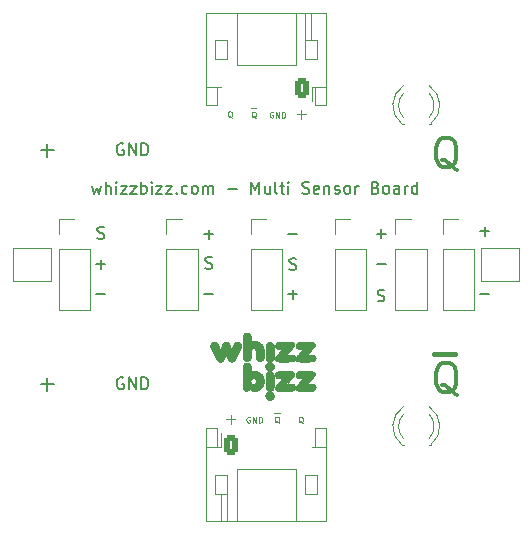
<source format=gto>
G04 #@! TF.GenerationSoftware,KiCad,Pcbnew,7.0.10*
G04 #@! TF.CreationDate,2025-02-01T12:29:44+01:00*
G04 #@! TF.ProjectId,Multi Sensor Board,4d756c74-6920-4536-956e-736f7220426f,rev?*
G04 #@! TF.SameCoordinates,Original*
G04 #@! TF.FileFunction,Legend,Top*
G04 #@! TF.FilePolarity,Positive*
%FSLAX46Y46*%
G04 Gerber Fmt 4.6, Leading zero omitted, Abs format (unit mm)*
G04 Created by KiCad (PCBNEW 7.0.10) date 2025-02-01 12:29:44*
%MOMM*%
%LPD*%
G01*
G04 APERTURE LIST*
G04 Aperture macros list*
%AMRoundRect*
0 Rectangle with rounded corners*
0 $1 Rounding radius*
0 $2 $3 $4 $5 $6 $7 $8 $9 X,Y pos of 4 corners*
0 Add a 4 corners polygon primitive as box body*
4,1,4,$2,$3,$4,$5,$6,$7,$8,$9,$2,$3,0*
0 Add four circle primitives for the rounded corners*
1,1,$1+$1,$2,$3*
1,1,$1+$1,$4,$5*
1,1,$1+$1,$6,$7*
1,1,$1+$1,$8,$9*
0 Add four rect primitives between the rounded corners*
20,1,$1+$1,$2,$3,$4,$5,0*
20,1,$1+$1,$4,$5,$6,$7,0*
20,1,$1+$1,$6,$7,$8,$9,0*
20,1,$1+$1,$8,$9,$2,$3,0*%
G04 Aperture macros list end*
%ADD10C,0.120000*%
%ADD11C,0.400000*%
%ADD12C,0.100000*%
%ADD13C,0.150000*%
%ADD14C,0.300000*%
%ADD15C,0.010000*%
%ADD16C,5.000000*%
%ADD17C,2.400000*%
%ADD18R,1.700000X1.700000*%
%ADD19O,1.700000X1.700000*%
%ADD20C,2.000000*%
%ADD21RoundRect,0.250000X0.350000X0.625000X-0.350000X0.625000X-0.350000X-0.625000X0.350000X-0.625000X0*%
%ADD22O,1.200000X1.750000*%
%ADD23RoundRect,0.250000X-0.350000X-0.625000X0.350000X-0.625000X0.350000X0.625000X-0.350000X0.625000X0*%
%ADD24R,1.800000X1.800000*%
%ADD25C,1.800000*%
%ADD26R,1.600000X1.600000*%
%ADD27C,1.600000*%
G04 APERTURE END LIST*
D10*
X141196643Y-84086832D02*
X141644004Y-84086832D01*
D11*
X158496000Y-104902000D02*
X156718000Y-104902000D01*
D10*
X143165886Y-109915241D02*
X143613247Y-109915241D01*
D12*
X145083884Y-84581466D02*
X145845789Y-84581466D01*
X145464836Y-84962419D02*
X145464836Y-84200514D01*
D13*
X130400588Y-87101938D02*
X130305350Y-87054319D01*
X130305350Y-87054319D02*
X130162493Y-87054319D01*
X130162493Y-87054319D02*
X130019636Y-87101938D01*
X130019636Y-87101938D02*
X129924398Y-87197176D01*
X129924398Y-87197176D02*
X129876779Y-87292414D01*
X129876779Y-87292414D02*
X129829160Y-87482890D01*
X129829160Y-87482890D02*
X129829160Y-87625747D01*
X129829160Y-87625747D02*
X129876779Y-87816223D01*
X129876779Y-87816223D02*
X129924398Y-87911461D01*
X129924398Y-87911461D02*
X130019636Y-88006700D01*
X130019636Y-88006700D02*
X130162493Y-88054319D01*
X130162493Y-88054319D02*
X130257731Y-88054319D01*
X130257731Y-88054319D02*
X130400588Y-88006700D01*
X130400588Y-88006700D02*
X130448207Y-87959080D01*
X130448207Y-87959080D02*
X130448207Y-87625747D01*
X130448207Y-87625747D02*
X130257731Y-87625747D01*
X130876779Y-88054319D02*
X130876779Y-87054319D01*
X130876779Y-87054319D02*
X131448207Y-88054319D01*
X131448207Y-88054319D02*
X131448207Y-87054319D01*
X131924398Y-88054319D02*
X131924398Y-87054319D01*
X131924398Y-87054319D02*
X132162493Y-87054319D01*
X132162493Y-87054319D02*
X132305350Y-87101938D01*
X132305350Y-87101938D02*
X132400588Y-87197176D01*
X132400588Y-87197176D02*
X132448207Y-87292414D01*
X132448207Y-87292414D02*
X132495826Y-87482890D01*
X132495826Y-87482890D02*
X132495826Y-87625747D01*
X132495826Y-87625747D02*
X132448207Y-87816223D01*
X132448207Y-87816223D02*
X132400588Y-87911461D01*
X132400588Y-87911461D02*
X132305350Y-88006700D01*
X132305350Y-88006700D02*
X132162493Y-88054319D01*
X132162493Y-88054319D02*
X131924398Y-88054319D01*
X127749541Y-90643152D02*
X127940017Y-91309819D01*
X127940017Y-91309819D02*
X128130493Y-90833628D01*
X128130493Y-90833628D02*
X128320969Y-91309819D01*
X128320969Y-91309819D02*
X128511445Y-90643152D01*
X128892398Y-91309819D02*
X128892398Y-90309819D01*
X129320969Y-91309819D02*
X129320969Y-90786009D01*
X129320969Y-90786009D02*
X129273350Y-90690771D01*
X129273350Y-90690771D02*
X129178112Y-90643152D01*
X129178112Y-90643152D02*
X129035255Y-90643152D01*
X129035255Y-90643152D02*
X128940017Y-90690771D01*
X128940017Y-90690771D02*
X128892398Y-90738390D01*
X129797160Y-91309819D02*
X129797160Y-90643152D01*
X129797160Y-90309819D02*
X129749541Y-90357438D01*
X129749541Y-90357438D02*
X129797160Y-90405057D01*
X129797160Y-90405057D02*
X129844779Y-90357438D01*
X129844779Y-90357438D02*
X129797160Y-90309819D01*
X129797160Y-90309819D02*
X129797160Y-90405057D01*
X130178112Y-90643152D02*
X130701921Y-90643152D01*
X130701921Y-90643152D02*
X130178112Y-91309819D01*
X130178112Y-91309819D02*
X130701921Y-91309819D01*
X130987636Y-90643152D02*
X131511445Y-90643152D01*
X131511445Y-90643152D02*
X130987636Y-91309819D01*
X130987636Y-91309819D02*
X131511445Y-91309819D01*
X131892398Y-91309819D02*
X131892398Y-90309819D01*
X131892398Y-90690771D02*
X131987636Y-90643152D01*
X131987636Y-90643152D02*
X132178112Y-90643152D01*
X132178112Y-90643152D02*
X132273350Y-90690771D01*
X132273350Y-90690771D02*
X132320969Y-90738390D01*
X132320969Y-90738390D02*
X132368588Y-90833628D01*
X132368588Y-90833628D02*
X132368588Y-91119342D01*
X132368588Y-91119342D02*
X132320969Y-91214580D01*
X132320969Y-91214580D02*
X132273350Y-91262200D01*
X132273350Y-91262200D02*
X132178112Y-91309819D01*
X132178112Y-91309819D02*
X131987636Y-91309819D01*
X131987636Y-91309819D02*
X131892398Y-91262200D01*
X132797160Y-91309819D02*
X132797160Y-90643152D01*
X132797160Y-90309819D02*
X132749541Y-90357438D01*
X132749541Y-90357438D02*
X132797160Y-90405057D01*
X132797160Y-90405057D02*
X132844779Y-90357438D01*
X132844779Y-90357438D02*
X132797160Y-90309819D01*
X132797160Y-90309819D02*
X132797160Y-90405057D01*
X133178112Y-90643152D02*
X133701921Y-90643152D01*
X133701921Y-90643152D02*
X133178112Y-91309819D01*
X133178112Y-91309819D02*
X133701921Y-91309819D01*
X133987636Y-90643152D02*
X134511445Y-90643152D01*
X134511445Y-90643152D02*
X133987636Y-91309819D01*
X133987636Y-91309819D02*
X134511445Y-91309819D01*
X134892398Y-91214580D02*
X134940017Y-91262200D01*
X134940017Y-91262200D02*
X134892398Y-91309819D01*
X134892398Y-91309819D02*
X134844779Y-91262200D01*
X134844779Y-91262200D02*
X134892398Y-91214580D01*
X134892398Y-91214580D02*
X134892398Y-91309819D01*
X135797159Y-91262200D02*
X135701921Y-91309819D01*
X135701921Y-91309819D02*
X135511445Y-91309819D01*
X135511445Y-91309819D02*
X135416207Y-91262200D01*
X135416207Y-91262200D02*
X135368588Y-91214580D01*
X135368588Y-91214580D02*
X135320969Y-91119342D01*
X135320969Y-91119342D02*
X135320969Y-90833628D01*
X135320969Y-90833628D02*
X135368588Y-90738390D01*
X135368588Y-90738390D02*
X135416207Y-90690771D01*
X135416207Y-90690771D02*
X135511445Y-90643152D01*
X135511445Y-90643152D02*
X135701921Y-90643152D01*
X135701921Y-90643152D02*
X135797159Y-90690771D01*
X136368588Y-91309819D02*
X136273350Y-91262200D01*
X136273350Y-91262200D02*
X136225731Y-91214580D01*
X136225731Y-91214580D02*
X136178112Y-91119342D01*
X136178112Y-91119342D02*
X136178112Y-90833628D01*
X136178112Y-90833628D02*
X136225731Y-90738390D01*
X136225731Y-90738390D02*
X136273350Y-90690771D01*
X136273350Y-90690771D02*
X136368588Y-90643152D01*
X136368588Y-90643152D02*
X136511445Y-90643152D01*
X136511445Y-90643152D02*
X136606683Y-90690771D01*
X136606683Y-90690771D02*
X136654302Y-90738390D01*
X136654302Y-90738390D02*
X136701921Y-90833628D01*
X136701921Y-90833628D02*
X136701921Y-91119342D01*
X136701921Y-91119342D02*
X136654302Y-91214580D01*
X136654302Y-91214580D02*
X136606683Y-91262200D01*
X136606683Y-91262200D02*
X136511445Y-91309819D01*
X136511445Y-91309819D02*
X136368588Y-91309819D01*
X137130493Y-91309819D02*
X137130493Y-90643152D01*
X137130493Y-90738390D02*
X137178112Y-90690771D01*
X137178112Y-90690771D02*
X137273350Y-90643152D01*
X137273350Y-90643152D02*
X137416207Y-90643152D01*
X137416207Y-90643152D02*
X137511445Y-90690771D01*
X137511445Y-90690771D02*
X137559064Y-90786009D01*
X137559064Y-90786009D02*
X137559064Y-91309819D01*
X137559064Y-90786009D02*
X137606683Y-90690771D01*
X137606683Y-90690771D02*
X137701921Y-90643152D01*
X137701921Y-90643152D02*
X137844778Y-90643152D01*
X137844778Y-90643152D02*
X137940017Y-90690771D01*
X137940017Y-90690771D02*
X137987636Y-90786009D01*
X137987636Y-90786009D02*
X137987636Y-91309819D01*
X139225731Y-90928866D02*
X139987636Y-90928866D01*
X141225731Y-91309819D02*
X141225731Y-90309819D01*
X141225731Y-90309819D02*
X141559064Y-91024104D01*
X141559064Y-91024104D02*
X141892397Y-90309819D01*
X141892397Y-90309819D02*
X141892397Y-91309819D01*
X142797159Y-90643152D02*
X142797159Y-91309819D01*
X142368588Y-90643152D02*
X142368588Y-91166961D01*
X142368588Y-91166961D02*
X142416207Y-91262200D01*
X142416207Y-91262200D02*
X142511445Y-91309819D01*
X142511445Y-91309819D02*
X142654302Y-91309819D01*
X142654302Y-91309819D02*
X142749540Y-91262200D01*
X142749540Y-91262200D02*
X142797159Y-91214580D01*
X143416207Y-91309819D02*
X143320969Y-91262200D01*
X143320969Y-91262200D02*
X143273350Y-91166961D01*
X143273350Y-91166961D02*
X143273350Y-90309819D01*
X143654303Y-90643152D02*
X144035255Y-90643152D01*
X143797160Y-90309819D02*
X143797160Y-91166961D01*
X143797160Y-91166961D02*
X143844779Y-91262200D01*
X143844779Y-91262200D02*
X143940017Y-91309819D01*
X143940017Y-91309819D02*
X144035255Y-91309819D01*
X144368589Y-91309819D02*
X144368589Y-90643152D01*
X144368589Y-90309819D02*
X144320970Y-90357438D01*
X144320970Y-90357438D02*
X144368589Y-90405057D01*
X144368589Y-90405057D02*
X144416208Y-90357438D01*
X144416208Y-90357438D02*
X144368589Y-90309819D01*
X144368589Y-90309819D02*
X144368589Y-90405057D01*
X145559065Y-91262200D02*
X145701922Y-91309819D01*
X145701922Y-91309819D02*
X145940017Y-91309819D01*
X145940017Y-91309819D02*
X146035255Y-91262200D01*
X146035255Y-91262200D02*
X146082874Y-91214580D01*
X146082874Y-91214580D02*
X146130493Y-91119342D01*
X146130493Y-91119342D02*
X146130493Y-91024104D01*
X146130493Y-91024104D02*
X146082874Y-90928866D01*
X146082874Y-90928866D02*
X146035255Y-90881247D01*
X146035255Y-90881247D02*
X145940017Y-90833628D01*
X145940017Y-90833628D02*
X145749541Y-90786009D01*
X145749541Y-90786009D02*
X145654303Y-90738390D01*
X145654303Y-90738390D02*
X145606684Y-90690771D01*
X145606684Y-90690771D02*
X145559065Y-90595533D01*
X145559065Y-90595533D02*
X145559065Y-90500295D01*
X145559065Y-90500295D02*
X145606684Y-90405057D01*
X145606684Y-90405057D02*
X145654303Y-90357438D01*
X145654303Y-90357438D02*
X145749541Y-90309819D01*
X145749541Y-90309819D02*
X145987636Y-90309819D01*
X145987636Y-90309819D02*
X146130493Y-90357438D01*
X146940017Y-91262200D02*
X146844779Y-91309819D01*
X146844779Y-91309819D02*
X146654303Y-91309819D01*
X146654303Y-91309819D02*
X146559065Y-91262200D01*
X146559065Y-91262200D02*
X146511446Y-91166961D01*
X146511446Y-91166961D02*
X146511446Y-90786009D01*
X146511446Y-90786009D02*
X146559065Y-90690771D01*
X146559065Y-90690771D02*
X146654303Y-90643152D01*
X146654303Y-90643152D02*
X146844779Y-90643152D01*
X146844779Y-90643152D02*
X146940017Y-90690771D01*
X146940017Y-90690771D02*
X146987636Y-90786009D01*
X146987636Y-90786009D02*
X146987636Y-90881247D01*
X146987636Y-90881247D02*
X146511446Y-90976485D01*
X147416208Y-90643152D02*
X147416208Y-91309819D01*
X147416208Y-90738390D02*
X147463827Y-90690771D01*
X147463827Y-90690771D02*
X147559065Y-90643152D01*
X147559065Y-90643152D02*
X147701922Y-90643152D01*
X147701922Y-90643152D02*
X147797160Y-90690771D01*
X147797160Y-90690771D02*
X147844779Y-90786009D01*
X147844779Y-90786009D02*
X147844779Y-91309819D01*
X148273351Y-91262200D02*
X148368589Y-91309819D01*
X148368589Y-91309819D02*
X148559065Y-91309819D01*
X148559065Y-91309819D02*
X148654303Y-91262200D01*
X148654303Y-91262200D02*
X148701922Y-91166961D01*
X148701922Y-91166961D02*
X148701922Y-91119342D01*
X148701922Y-91119342D02*
X148654303Y-91024104D01*
X148654303Y-91024104D02*
X148559065Y-90976485D01*
X148559065Y-90976485D02*
X148416208Y-90976485D01*
X148416208Y-90976485D02*
X148320970Y-90928866D01*
X148320970Y-90928866D02*
X148273351Y-90833628D01*
X148273351Y-90833628D02*
X148273351Y-90786009D01*
X148273351Y-90786009D02*
X148320970Y-90690771D01*
X148320970Y-90690771D02*
X148416208Y-90643152D01*
X148416208Y-90643152D02*
X148559065Y-90643152D01*
X148559065Y-90643152D02*
X148654303Y-90690771D01*
X149273351Y-91309819D02*
X149178113Y-91262200D01*
X149178113Y-91262200D02*
X149130494Y-91214580D01*
X149130494Y-91214580D02*
X149082875Y-91119342D01*
X149082875Y-91119342D02*
X149082875Y-90833628D01*
X149082875Y-90833628D02*
X149130494Y-90738390D01*
X149130494Y-90738390D02*
X149178113Y-90690771D01*
X149178113Y-90690771D02*
X149273351Y-90643152D01*
X149273351Y-90643152D02*
X149416208Y-90643152D01*
X149416208Y-90643152D02*
X149511446Y-90690771D01*
X149511446Y-90690771D02*
X149559065Y-90738390D01*
X149559065Y-90738390D02*
X149606684Y-90833628D01*
X149606684Y-90833628D02*
X149606684Y-91119342D01*
X149606684Y-91119342D02*
X149559065Y-91214580D01*
X149559065Y-91214580D02*
X149511446Y-91262200D01*
X149511446Y-91262200D02*
X149416208Y-91309819D01*
X149416208Y-91309819D02*
X149273351Y-91309819D01*
X150035256Y-91309819D02*
X150035256Y-90643152D01*
X150035256Y-90833628D02*
X150082875Y-90738390D01*
X150082875Y-90738390D02*
X150130494Y-90690771D01*
X150130494Y-90690771D02*
X150225732Y-90643152D01*
X150225732Y-90643152D02*
X150320970Y-90643152D01*
X151749542Y-90786009D02*
X151892399Y-90833628D01*
X151892399Y-90833628D02*
X151940018Y-90881247D01*
X151940018Y-90881247D02*
X151987637Y-90976485D01*
X151987637Y-90976485D02*
X151987637Y-91119342D01*
X151987637Y-91119342D02*
X151940018Y-91214580D01*
X151940018Y-91214580D02*
X151892399Y-91262200D01*
X151892399Y-91262200D02*
X151797161Y-91309819D01*
X151797161Y-91309819D02*
X151416209Y-91309819D01*
X151416209Y-91309819D02*
X151416209Y-90309819D01*
X151416209Y-90309819D02*
X151749542Y-90309819D01*
X151749542Y-90309819D02*
X151844780Y-90357438D01*
X151844780Y-90357438D02*
X151892399Y-90405057D01*
X151892399Y-90405057D02*
X151940018Y-90500295D01*
X151940018Y-90500295D02*
X151940018Y-90595533D01*
X151940018Y-90595533D02*
X151892399Y-90690771D01*
X151892399Y-90690771D02*
X151844780Y-90738390D01*
X151844780Y-90738390D02*
X151749542Y-90786009D01*
X151749542Y-90786009D02*
X151416209Y-90786009D01*
X152559066Y-91309819D02*
X152463828Y-91262200D01*
X152463828Y-91262200D02*
X152416209Y-91214580D01*
X152416209Y-91214580D02*
X152368590Y-91119342D01*
X152368590Y-91119342D02*
X152368590Y-90833628D01*
X152368590Y-90833628D02*
X152416209Y-90738390D01*
X152416209Y-90738390D02*
X152463828Y-90690771D01*
X152463828Y-90690771D02*
X152559066Y-90643152D01*
X152559066Y-90643152D02*
X152701923Y-90643152D01*
X152701923Y-90643152D02*
X152797161Y-90690771D01*
X152797161Y-90690771D02*
X152844780Y-90738390D01*
X152844780Y-90738390D02*
X152892399Y-90833628D01*
X152892399Y-90833628D02*
X152892399Y-91119342D01*
X152892399Y-91119342D02*
X152844780Y-91214580D01*
X152844780Y-91214580D02*
X152797161Y-91262200D01*
X152797161Y-91262200D02*
X152701923Y-91309819D01*
X152701923Y-91309819D02*
X152559066Y-91309819D01*
X153749542Y-91309819D02*
X153749542Y-90786009D01*
X153749542Y-90786009D02*
X153701923Y-90690771D01*
X153701923Y-90690771D02*
X153606685Y-90643152D01*
X153606685Y-90643152D02*
X153416209Y-90643152D01*
X153416209Y-90643152D02*
X153320971Y-90690771D01*
X153749542Y-91262200D02*
X153654304Y-91309819D01*
X153654304Y-91309819D02*
X153416209Y-91309819D01*
X153416209Y-91309819D02*
X153320971Y-91262200D01*
X153320971Y-91262200D02*
X153273352Y-91166961D01*
X153273352Y-91166961D02*
X153273352Y-91071723D01*
X153273352Y-91071723D02*
X153320971Y-90976485D01*
X153320971Y-90976485D02*
X153416209Y-90928866D01*
X153416209Y-90928866D02*
X153654304Y-90928866D01*
X153654304Y-90928866D02*
X153749542Y-90881247D01*
X154225733Y-91309819D02*
X154225733Y-90643152D01*
X154225733Y-90833628D02*
X154273352Y-90738390D01*
X154273352Y-90738390D02*
X154320971Y-90690771D01*
X154320971Y-90690771D02*
X154416209Y-90643152D01*
X154416209Y-90643152D02*
X154511447Y-90643152D01*
X155273352Y-91309819D02*
X155273352Y-90309819D01*
X155273352Y-91262200D02*
X155178114Y-91309819D01*
X155178114Y-91309819D02*
X154987638Y-91309819D01*
X154987638Y-91309819D02*
X154892400Y-91262200D01*
X154892400Y-91262200D02*
X154844781Y-91214580D01*
X154844781Y-91214580D02*
X154797162Y-91119342D01*
X154797162Y-91119342D02*
X154797162Y-90833628D01*
X154797162Y-90833628D02*
X154844781Y-90738390D01*
X154844781Y-90738390D02*
X154892400Y-90690771D01*
X154892400Y-90690771D02*
X154987638Y-90643152D01*
X154987638Y-90643152D02*
X155178114Y-90643152D01*
X155178114Y-90643152D02*
X155273352Y-90690771D01*
X128098779Y-97278866D02*
X128860684Y-97278866D01*
X128479731Y-97659819D02*
X128479731Y-96897914D01*
D14*
X158669272Y-108374542D02*
X158431177Y-108255495D01*
X158431177Y-108255495D02*
X158193082Y-108017400D01*
X158193082Y-108017400D02*
X157835939Y-107660257D01*
X157835939Y-107660257D02*
X157597844Y-107541209D01*
X157597844Y-107541209D02*
X157359748Y-107541209D01*
X157478796Y-108136447D02*
X157240701Y-108017400D01*
X157240701Y-108017400D02*
X157002606Y-107779304D01*
X157002606Y-107779304D02*
X156883558Y-107303114D01*
X156883558Y-107303114D02*
X156883558Y-106469780D01*
X156883558Y-106469780D02*
X157002606Y-105993590D01*
X157002606Y-105993590D02*
X157240701Y-105755495D01*
X157240701Y-105755495D02*
X157478796Y-105636447D01*
X157478796Y-105636447D02*
X157954987Y-105636447D01*
X157954987Y-105636447D02*
X158193082Y-105755495D01*
X158193082Y-105755495D02*
X158431177Y-105993590D01*
X158431177Y-105993590D02*
X158550225Y-106469780D01*
X158550225Y-106469780D02*
X158550225Y-107303114D01*
X158550225Y-107303114D02*
X158431177Y-107779304D01*
X158431177Y-107779304D02*
X158193082Y-108017400D01*
X158193082Y-108017400D02*
X157954987Y-108136447D01*
X157954987Y-108136447D02*
X157478796Y-108136447D01*
D13*
X123391826Y-87629200D02*
X124534684Y-87629200D01*
X123963255Y-88200628D02*
X123963255Y-87057771D01*
D12*
X143583016Y-110725228D02*
X143535397Y-110701419D01*
X143535397Y-110701419D02*
X143487778Y-110653800D01*
X143487778Y-110653800D02*
X143416350Y-110582371D01*
X143416350Y-110582371D02*
X143368731Y-110558561D01*
X143368731Y-110558561D02*
X143321112Y-110558561D01*
X143344921Y-110677609D02*
X143297302Y-110653800D01*
X143297302Y-110653800D02*
X143249683Y-110606180D01*
X143249683Y-110606180D02*
X143225874Y-110510942D01*
X143225874Y-110510942D02*
X143225874Y-110344276D01*
X143225874Y-110344276D02*
X143249683Y-110249038D01*
X143249683Y-110249038D02*
X143297302Y-110201419D01*
X143297302Y-110201419D02*
X143344921Y-110177609D01*
X143344921Y-110177609D02*
X143440159Y-110177609D01*
X143440159Y-110177609D02*
X143487778Y-110201419D01*
X143487778Y-110201419D02*
X143535397Y-110249038D01*
X143535397Y-110249038D02*
X143559207Y-110344276D01*
X143559207Y-110344276D02*
X143559207Y-110510942D01*
X143559207Y-110510942D02*
X143535397Y-110606180D01*
X143535397Y-110606180D02*
X143487778Y-110653800D01*
X143487778Y-110653800D02*
X143440159Y-110677609D01*
X143440159Y-110677609D02*
X143344921Y-110677609D01*
D13*
X137242779Y-99818866D02*
X138004684Y-99818866D01*
X151927160Y-100370491D02*
X152070017Y-100418110D01*
X152070017Y-100418110D02*
X152308112Y-100418110D01*
X152308112Y-100418110D02*
X152403350Y-100370491D01*
X152403350Y-100370491D02*
X152450969Y-100322871D01*
X152450969Y-100322871D02*
X152498588Y-100227633D01*
X152498588Y-100227633D02*
X152498588Y-100132395D01*
X152498588Y-100132395D02*
X152450969Y-100037157D01*
X152450969Y-100037157D02*
X152403350Y-99989538D01*
X152403350Y-99989538D02*
X152308112Y-99941919D01*
X152308112Y-99941919D02*
X152117636Y-99894300D01*
X152117636Y-99894300D02*
X152022398Y-99846681D01*
X152022398Y-99846681D02*
X151974779Y-99799062D01*
X151974779Y-99799062D02*
X151927160Y-99703824D01*
X151927160Y-99703824D02*
X151927160Y-99608586D01*
X151927160Y-99608586D02*
X151974779Y-99513348D01*
X151974779Y-99513348D02*
X152022398Y-99465729D01*
X152022398Y-99465729D02*
X152117636Y-99418110D01*
X152117636Y-99418110D02*
X152355731Y-99418110D01*
X152355731Y-99418110D02*
X152498588Y-99465729D01*
X151831922Y-97243157D02*
X152593827Y-97243157D01*
X160610779Y-99818866D02*
X161372684Y-99818866D01*
X130400588Y-106913938D02*
X130305350Y-106866319D01*
X130305350Y-106866319D02*
X130162493Y-106866319D01*
X130162493Y-106866319D02*
X130019636Y-106913938D01*
X130019636Y-106913938D02*
X129924398Y-107009176D01*
X129924398Y-107009176D02*
X129876779Y-107104414D01*
X129876779Y-107104414D02*
X129829160Y-107294890D01*
X129829160Y-107294890D02*
X129829160Y-107437747D01*
X129829160Y-107437747D02*
X129876779Y-107628223D01*
X129876779Y-107628223D02*
X129924398Y-107723461D01*
X129924398Y-107723461D02*
X130019636Y-107818700D01*
X130019636Y-107818700D02*
X130162493Y-107866319D01*
X130162493Y-107866319D02*
X130257731Y-107866319D01*
X130257731Y-107866319D02*
X130400588Y-107818700D01*
X130400588Y-107818700D02*
X130448207Y-107771080D01*
X130448207Y-107771080D02*
X130448207Y-107437747D01*
X130448207Y-107437747D02*
X130257731Y-107437747D01*
X130876779Y-107866319D02*
X130876779Y-106866319D01*
X130876779Y-106866319D02*
X131448207Y-107866319D01*
X131448207Y-107866319D02*
X131448207Y-106866319D01*
X131924398Y-107866319D02*
X131924398Y-106866319D01*
X131924398Y-106866319D02*
X132162493Y-106866319D01*
X132162493Y-106866319D02*
X132305350Y-106913938D01*
X132305350Y-106913938D02*
X132400588Y-107009176D01*
X132400588Y-107009176D02*
X132448207Y-107104414D01*
X132448207Y-107104414D02*
X132495826Y-107294890D01*
X132495826Y-107294890D02*
X132495826Y-107437747D01*
X132495826Y-107437747D02*
X132448207Y-107628223D01*
X132448207Y-107628223D02*
X132400588Y-107723461D01*
X132400588Y-107723461D02*
X132305350Y-107818700D01*
X132305350Y-107818700D02*
X132162493Y-107866319D01*
X132162493Y-107866319D02*
X131924398Y-107866319D01*
D12*
X139597165Y-84885918D02*
X139549546Y-84862109D01*
X139549546Y-84862109D02*
X139501927Y-84814490D01*
X139501927Y-84814490D02*
X139430499Y-84743061D01*
X139430499Y-84743061D02*
X139382880Y-84719251D01*
X139382880Y-84719251D02*
X139335261Y-84719251D01*
X139359070Y-84838299D02*
X139311451Y-84814490D01*
X139311451Y-84814490D02*
X139263832Y-84766870D01*
X139263832Y-84766870D02*
X139240023Y-84671632D01*
X139240023Y-84671632D02*
X139240023Y-84504966D01*
X139240023Y-84504966D02*
X139263832Y-84409728D01*
X139263832Y-84409728D02*
X139311451Y-84362109D01*
X139311451Y-84362109D02*
X139359070Y-84338299D01*
X139359070Y-84338299D02*
X139454308Y-84338299D01*
X139454308Y-84338299D02*
X139501927Y-84362109D01*
X139501927Y-84362109D02*
X139549546Y-84409728D01*
X139549546Y-84409728D02*
X139573356Y-84504966D01*
X139573356Y-84504966D02*
X139573356Y-84671632D01*
X139573356Y-84671632D02*
X139549546Y-84766870D01*
X139549546Y-84766870D02*
X139501927Y-84814490D01*
X139501927Y-84814490D02*
X139454308Y-84838299D01*
X139454308Y-84838299D02*
X139359070Y-84838299D01*
D14*
X158669272Y-89324542D02*
X158431177Y-89205495D01*
X158431177Y-89205495D02*
X158193082Y-88967400D01*
X158193082Y-88967400D02*
X157835939Y-88610257D01*
X157835939Y-88610257D02*
X157597844Y-88491209D01*
X157597844Y-88491209D02*
X157359748Y-88491209D01*
X157478796Y-89086447D02*
X157240701Y-88967400D01*
X157240701Y-88967400D02*
X157002606Y-88729304D01*
X157002606Y-88729304D02*
X156883558Y-88253114D01*
X156883558Y-88253114D02*
X156883558Y-87419780D01*
X156883558Y-87419780D02*
X157002606Y-86943590D01*
X157002606Y-86943590D02*
X157240701Y-86705495D01*
X157240701Y-86705495D02*
X157478796Y-86586447D01*
X157478796Y-86586447D02*
X157954987Y-86586447D01*
X157954987Y-86586447D02*
X158193082Y-86705495D01*
X158193082Y-86705495D02*
X158431177Y-86943590D01*
X158431177Y-86943590D02*
X158550225Y-87419780D01*
X158550225Y-87419780D02*
X158550225Y-88253114D01*
X158550225Y-88253114D02*
X158431177Y-88729304D01*
X158431177Y-88729304D02*
X158193082Y-88967400D01*
X158193082Y-88967400D02*
X157954987Y-89086447D01*
X157954987Y-89086447D02*
X157478796Y-89086447D01*
D13*
X144450017Y-97703107D02*
X144592874Y-97750726D01*
X144592874Y-97750726D02*
X144830969Y-97750726D01*
X144830969Y-97750726D02*
X144926207Y-97703107D01*
X144926207Y-97703107D02*
X144973826Y-97655487D01*
X144973826Y-97655487D02*
X145021445Y-97560249D01*
X145021445Y-97560249D02*
X145021445Y-97465011D01*
X145021445Y-97465011D02*
X144973826Y-97369773D01*
X144973826Y-97369773D02*
X144926207Y-97322154D01*
X144926207Y-97322154D02*
X144830969Y-97274535D01*
X144830969Y-97274535D02*
X144640493Y-97226916D01*
X144640493Y-97226916D02*
X144545255Y-97179297D01*
X144545255Y-97179297D02*
X144497636Y-97131678D01*
X144497636Y-97131678D02*
X144450017Y-97036440D01*
X144450017Y-97036440D02*
X144450017Y-96941202D01*
X144450017Y-96941202D02*
X144497636Y-96845964D01*
X144497636Y-96845964D02*
X144545255Y-96798345D01*
X144545255Y-96798345D02*
X144640493Y-96750726D01*
X144640493Y-96750726D02*
X144878588Y-96750726D01*
X144878588Y-96750726D02*
X145021445Y-96798345D01*
D12*
X145588417Y-110725228D02*
X145540798Y-110701419D01*
X145540798Y-110701419D02*
X145493179Y-110653800D01*
X145493179Y-110653800D02*
X145421751Y-110582371D01*
X145421751Y-110582371D02*
X145374132Y-110558561D01*
X145374132Y-110558561D02*
X145326513Y-110558561D01*
X145350322Y-110677609D02*
X145302703Y-110653800D01*
X145302703Y-110653800D02*
X145255084Y-110606180D01*
X145255084Y-110606180D02*
X145231275Y-110510942D01*
X145231275Y-110510942D02*
X145231275Y-110344276D01*
X145231275Y-110344276D02*
X145255084Y-110249038D01*
X145255084Y-110249038D02*
X145302703Y-110201419D01*
X145302703Y-110201419D02*
X145350322Y-110177609D01*
X145350322Y-110177609D02*
X145445560Y-110177609D01*
X145445560Y-110177609D02*
X145493179Y-110201419D01*
X145493179Y-110201419D02*
X145540798Y-110249038D01*
X145540798Y-110249038D02*
X145564608Y-110344276D01*
X145564608Y-110344276D02*
X145564608Y-110510942D01*
X145564608Y-110510942D02*
X145540798Y-110606180D01*
X145540798Y-110606180D02*
X145493179Y-110653800D01*
X145493179Y-110653800D02*
X145445560Y-110677609D01*
X145445560Y-110677609D02*
X145350322Y-110677609D01*
X141613773Y-84896819D02*
X141566154Y-84873010D01*
X141566154Y-84873010D02*
X141518535Y-84825391D01*
X141518535Y-84825391D02*
X141447107Y-84753962D01*
X141447107Y-84753962D02*
X141399488Y-84730152D01*
X141399488Y-84730152D02*
X141351869Y-84730152D01*
X141375678Y-84849200D02*
X141328059Y-84825391D01*
X141328059Y-84825391D02*
X141280440Y-84777771D01*
X141280440Y-84777771D02*
X141256631Y-84682533D01*
X141256631Y-84682533D02*
X141256631Y-84515867D01*
X141256631Y-84515867D02*
X141280440Y-84420629D01*
X141280440Y-84420629D02*
X141328059Y-84373010D01*
X141328059Y-84373010D02*
X141375678Y-84349200D01*
X141375678Y-84349200D02*
X141470916Y-84349200D01*
X141470916Y-84349200D02*
X141518535Y-84373010D01*
X141518535Y-84373010D02*
X141566154Y-84420629D01*
X141566154Y-84420629D02*
X141589964Y-84515867D01*
X141589964Y-84515867D02*
X141589964Y-84682533D01*
X141589964Y-84682533D02*
X141566154Y-84777771D01*
X141566154Y-84777771D02*
X141518535Y-84825391D01*
X141518535Y-84825391D02*
X141470916Y-84849200D01*
X141470916Y-84849200D02*
X141375678Y-84849200D01*
D13*
X137242779Y-94738866D02*
X138004684Y-94738866D01*
X137623731Y-95119819D02*
X137623731Y-94357914D01*
X160610779Y-94484866D02*
X161372684Y-94484866D01*
X160991731Y-94865819D02*
X160991731Y-94103914D01*
X144354779Y-99818866D02*
X145116684Y-99818866D01*
X144735731Y-100199819D02*
X144735731Y-99437914D01*
D12*
X143072266Y-84393044D02*
X143024647Y-84369234D01*
X143024647Y-84369234D02*
X142953218Y-84369234D01*
X142953218Y-84369234D02*
X142881790Y-84393044D01*
X142881790Y-84393044D02*
X142834171Y-84440663D01*
X142834171Y-84440663D02*
X142810361Y-84488282D01*
X142810361Y-84488282D02*
X142786552Y-84583520D01*
X142786552Y-84583520D02*
X142786552Y-84654948D01*
X142786552Y-84654948D02*
X142810361Y-84750186D01*
X142810361Y-84750186D02*
X142834171Y-84797805D01*
X142834171Y-84797805D02*
X142881790Y-84845425D01*
X142881790Y-84845425D02*
X142953218Y-84869234D01*
X142953218Y-84869234D02*
X143000837Y-84869234D01*
X143000837Y-84869234D02*
X143072266Y-84845425D01*
X143072266Y-84845425D02*
X143096075Y-84821615D01*
X143096075Y-84821615D02*
X143096075Y-84654948D01*
X143096075Y-84654948D02*
X143000837Y-84654948D01*
X143310361Y-84869234D02*
X143310361Y-84369234D01*
X143310361Y-84369234D02*
X143596075Y-84869234D01*
X143596075Y-84869234D02*
X143596075Y-84369234D01*
X143834171Y-84869234D02*
X143834171Y-84369234D01*
X143834171Y-84369234D02*
X143953219Y-84369234D01*
X143953219Y-84369234D02*
X144024647Y-84393044D01*
X144024647Y-84393044D02*
X144072266Y-84440663D01*
X144072266Y-84440663D02*
X144096076Y-84488282D01*
X144096076Y-84488282D02*
X144119885Y-84583520D01*
X144119885Y-84583520D02*
X144119885Y-84654948D01*
X144119885Y-84654948D02*
X144096076Y-84750186D01*
X144096076Y-84750186D02*
X144072266Y-84797805D01*
X144072266Y-84797805D02*
X144024647Y-84845425D01*
X144024647Y-84845425D02*
X143953219Y-84869234D01*
X143953219Y-84869234D02*
X143834171Y-84869234D01*
X139121451Y-110422707D02*
X139883356Y-110422707D01*
X139502403Y-110803660D02*
X139502403Y-110041755D01*
D13*
X151831922Y-94703157D02*
X152593827Y-94703157D01*
X152212874Y-95084110D02*
X152212874Y-94322205D01*
D12*
X141100622Y-110208002D02*
X141053003Y-110184192D01*
X141053003Y-110184192D02*
X140981574Y-110184192D01*
X140981574Y-110184192D02*
X140910146Y-110208002D01*
X140910146Y-110208002D02*
X140862527Y-110255621D01*
X140862527Y-110255621D02*
X140838717Y-110303240D01*
X140838717Y-110303240D02*
X140814908Y-110398478D01*
X140814908Y-110398478D02*
X140814908Y-110469906D01*
X140814908Y-110469906D02*
X140838717Y-110565144D01*
X140838717Y-110565144D02*
X140862527Y-110612763D01*
X140862527Y-110612763D02*
X140910146Y-110660383D01*
X140910146Y-110660383D02*
X140981574Y-110684192D01*
X140981574Y-110684192D02*
X141029193Y-110684192D01*
X141029193Y-110684192D02*
X141100622Y-110660383D01*
X141100622Y-110660383D02*
X141124431Y-110636573D01*
X141124431Y-110636573D02*
X141124431Y-110469906D01*
X141124431Y-110469906D02*
X141029193Y-110469906D01*
X141338717Y-110684192D02*
X141338717Y-110184192D01*
X141338717Y-110184192D02*
X141624431Y-110684192D01*
X141624431Y-110684192D02*
X141624431Y-110184192D01*
X141862527Y-110684192D02*
X141862527Y-110184192D01*
X141862527Y-110184192D02*
X141981575Y-110184192D01*
X141981575Y-110184192D02*
X142053003Y-110208002D01*
X142053003Y-110208002D02*
X142100622Y-110255621D01*
X142100622Y-110255621D02*
X142124432Y-110303240D01*
X142124432Y-110303240D02*
X142148241Y-110398478D01*
X142148241Y-110398478D02*
X142148241Y-110469906D01*
X142148241Y-110469906D02*
X142124432Y-110565144D01*
X142124432Y-110565144D02*
X142100622Y-110612763D01*
X142100622Y-110612763D02*
X142053003Y-110660383D01*
X142053003Y-110660383D02*
X141981575Y-110684192D01*
X141981575Y-110684192D02*
X141862527Y-110684192D01*
D13*
X128098779Y-99818866D02*
X128860684Y-99818866D01*
X144354779Y-94738866D02*
X145116684Y-94738866D01*
X128194017Y-95072200D02*
X128336874Y-95119819D01*
X128336874Y-95119819D02*
X128574969Y-95119819D01*
X128574969Y-95119819D02*
X128670207Y-95072200D01*
X128670207Y-95072200D02*
X128717826Y-95024580D01*
X128717826Y-95024580D02*
X128765445Y-94929342D01*
X128765445Y-94929342D02*
X128765445Y-94834104D01*
X128765445Y-94834104D02*
X128717826Y-94738866D01*
X128717826Y-94738866D02*
X128670207Y-94691247D01*
X128670207Y-94691247D02*
X128574969Y-94643628D01*
X128574969Y-94643628D02*
X128384493Y-94596009D01*
X128384493Y-94596009D02*
X128289255Y-94548390D01*
X128289255Y-94548390D02*
X128241636Y-94500771D01*
X128241636Y-94500771D02*
X128194017Y-94405533D01*
X128194017Y-94405533D02*
X128194017Y-94310295D01*
X128194017Y-94310295D02*
X128241636Y-94215057D01*
X128241636Y-94215057D02*
X128289255Y-94167438D01*
X128289255Y-94167438D02*
X128384493Y-94119819D01*
X128384493Y-94119819D02*
X128622588Y-94119819D01*
X128622588Y-94119819D02*
X128765445Y-94167438D01*
X123391826Y-107441200D02*
X124534684Y-107441200D01*
X123963255Y-108012628D02*
X123963255Y-106869771D01*
X137338017Y-97612200D02*
X137480874Y-97659819D01*
X137480874Y-97659819D02*
X137718969Y-97659819D01*
X137718969Y-97659819D02*
X137814207Y-97612200D01*
X137814207Y-97612200D02*
X137861826Y-97564580D01*
X137861826Y-97564580D02*
X137909445Y-97469342D01*
X137909445Y-97469342D02*
X137909445Y-97374104D01*
X137909445Y-97374104D02*
X137861826Y-97278866D01*
X137861826Y-97278866D02*
X137814207Y-97231247D01*
X137814207Y-97231247D02*
X137718969Y-97183628D01*
X137718969Y-97183628D02*
X137528493Y-97136009D01*
X137528493Y-97136009D02*
X137433255Y-97088390D01*
X137433255Y-97088390D02*
X137385636Y-97040771D01*
X137385636Y-97040771D02*
X137338017Y-96945533D01*
X137338017Y-96945533D02*
X137338017Y-96850295D01*
X137338017Y-96850295D02*
X137385636Y-96755057D01*
X137385636Y-96755057D02*
X137433255Y-96707438D01*
X137433255Y-96707438D02*
X137528493Y-96659819D01*
X137528493Y-96659819D02*
X137766588Y-96659819D01*
X137766588Y-96659819D02*
X137909445Y-96707438D01*
D15*
X142827509Y-105584905D02*
X142881311Y-105597777D01*
X142931736Y-105618520D01*
X142978023Y-105646548D01*
X143019412Y-105681281D01*
X143055140Y-105722133D01*
X143084447Y-105768523D01*
X143106572Y-105819868D01*
X143113544Y-105842785D01*
X143121339Y-105884749D01*
X143123949Y-105930738D01*
X143121426Y-105977166D01*
X143113819Y-106020448D01*
X143110895Y-106031146D01*
X143090827Y-106083282D01*
X143063570Y-106130654D01*
X143029968Y-106172753D01*
X142990862Y-106209071D01*
X142947094Y-106239098D01*
X142899506Y-106262326D01*
X142848939Y-106278246D01*
X142796236Y-106286348D01*
X142742239Y-106286125D01*
X142699509Y-106279789D01*
X142645446Y-106263639D01*
X142595252Y-106239506D01*
X142549702Y-106208108D01*
X142509573Y-106170166D01*
X142475639Y-106126399D01*
X142448678Y-106077527D01*
X142431418Y-106031146D01*
X142423166Y-105993184D01*
X142418928Y-105951038D01*
X142418808Y-105908264D01*
X142422906Y-105868417D01*
X142426280Y-105851872D01*
X142443972Y-105798085D01*
X142469231Y-105748842D01*
X142501303Y-105704737D01*
X142539434Y-105666363D01*
X142582869Y-105634315D01*
X142630854Y-105609185D01*
X142682636Y-105591567D01*
X142737459Y-105582054D01*
X142771091Y-105580484D01*
X142827509Y-105584905D01*
G36*
X142827509Y-105584905D02*
G01*
X142881311Y-105597777D01*
X142931736Y-105618520D01*
X142978023Y-105646548D01*
X143019412Y-105681281D01*
X143055140Y-105722133D01*
X143084447Y-105768523D01*
X143106572Y-105819868D01*
X143113544Y-105842785D01*
X143121339Y-105884749D01*
X143123949Y-105930738D01*
X143121426Y-105977166D01*
X143113819Y-106020448D01*
X143110895Y-106031146D01*
X143090827Y-106083282D01*
X143063570Y-106130654D01*
X143029968Y-106172753D01*
X142990862Y-106209071D01*
X142947094Y-106239098D01*
X142899506Y-106262326D01*
X142848939Y-106278246D01*
X142796236Y-106286348D01*
X142742239Y-106286125D01*
X142699509Y-106279789D01*
X142645446Y-106263639D01*
X142595252Y-106239506D01*
X142549702Y-106208108D01*
X142509573Y-106170166D01*
X142475639Y-106126399D01*
X142448678Y-106077527D01*
X142431418Y-106031146D01*
X142423166Y-105993184D01*
X142418928Y-105951038D01*
X142418808Y-105908264D01*
X142422906Y-105868417D01*
X142426280Y-105851872D01*
X142443972Y-105798085D01*
X142469231Y-105748842D01*
X142501303Y-105704737D01*
X142539434Y-105666363D01*
X142582869Y-105634315D01*
X142630854Y-105609185D01*
X142682636Y-105591567D01*
X142737459Y-105582054D01*
X142771091Y-105580484D01*
X142827509Y-105584905D01*
G37*
X142827574Y-108065341D02*
X142881533Y-108078314D01*
X142932200Y-108099358D01*
X142978809Y-108127975D01*
X143020593Y-108163668D01*
X143056785Y-108205936D01*
X143086618Y-108254283D01*
X143094834Y-108271260D01*
X143109429Y-108309043D01*
X143118588Y-108347200D01*
X143122945Y-108388892D01*
X143123526Y-108414127D01*
X143121879Y-108455842D01*
X143116379Y-108492504D01*
X143106187Y-108527719D01*
X143090462Y-108565094D01*
X143086427Y-108573455D01*
X143075983Y-108593655D01*
X143065818Y-108610319D01*
X143054094Y-108625916D01*
X143038973Y-108642913D01*
X143020622Y-108661764D01*
X143001046Y-108681014D01*
X142985192Y-108695255D01*
X142970569Y-108706314D01*
X142954685Y-108716015D01*
X142935048Y-108726185D01*
X142927996Y-108729628D01*
X142897680Y-108743037D01*
X142868366Y-108753689D01*
X142844022Y-108760236D01*
X142805405Y-108765413D01*
X142763130Y-108766702D01*
X142721634Y-108764113D01*
X142694891Y-108759887D01*
X142676886Y-108754887D01*
X142654118Y-108746808D01*
X142629975Y-108736920D01*
X142614501Y-108729808D01*
X142592603Y-108718769D01*
X142575418Y-108708730D01*
X142560258Y-108697735D01*
X142544434Y-108683827D01*
X142525260Y-108665047D01*
X142524445Y-108664227D01*
X142496591Y-108634396D01*
X142474994Y-108606702D01*
X142457970Y-108578563D01*
X142443835Y-108547394D01*
X142437864Y-108531397D01*
X142423292Y-108476882D01*
X142417605Y-108421815D01*
X142420601Y-108367150D01*
X142432077Y-108313839D01*
X142451832Y-108262838D01*
X142479664Y-108215099D01*
X142513683Y-108173341D01*
X142557127Y-108133699D01*
X142603994Y-108102630D01*
X142654255Y-108080148D01*
X142707883Y-108066264D01*
X142764847Y-108060991D01*
X142771091Y-108060937D01*
X142827574Y-108065341D01*
G36*
X142827574Y-108065341D02*
G01*
X142881533Y-108078314D01*
X142932200Y-108099358D01*
X142978809Y-108127975D01*
X143020593Y-108163668D01*
X143056785Y-108205936D01*
X143086618Y-108254283D01*
X143094834Y-108271260D01*
X143109429Y-108309043D01*
X143118588Y-108347200D01*
X143122945Y-108388892D01*
X143123526Y-108414127D01*
X143121879Y-108455842D01*
X143116379Y-108492504D01*
X143106187Y-108527719D01*
X143090462Y-108565094D01*
X143086427Y-108573455D01*
X143075983Y-108593655D01*
X143065818Y-108610319D01*
X143054094Y-108625916D01*
X143038973Y-108642913D01*
X143020622Y-108661764D01*
X143001046Y-108681014D01*
X142985192Y-108695255D01*
X142970569Y-108706314D01*
X142954685Y-108716015D01*
X142935048Y-108726185D01*
X142927996Y-108729628D01*
X142897680Y-108743037D01*
X142868366Y-108753689D01*
X142844022Y-108760236D01*
X142805405Y-108765413D01*
X142763130Y-108766702D01*
X142721634Y-108764113D01*
X142694891Y-108759887D01*
X142676886Y-108754887D01*
X142654118Y-108746808D01*
X142629975Y-108736920D01*
X142614501Y-108729808D01*
X142592603Y-108718769D01*
X142575418Y-108708730D01*
X142560258Y-108697735D01*
X142544434Y-108683827D01*
X142525260Y-108665047D01*
X142524445Y-108664227D01*
X142496591Y-108634396D01*
X142474994Y-108606702D01*
X142457970Y-108578563D01*
X142443835Y-108547394D01*
X142437864Y-108531397D01*
X142423292Y-108476882D01*
X142417605Y-108421815D01*
X142420601Y-108367150D01*
X142432077Y-108313839D01*
X142451832Y-108262838D01*
X142479664Y-108215099D01*
X142513683Y-108173341D01*
X142557127Y-108133699D01*
X142603994Y-108102630D01*
X142654255Y-108080148D01*
X142707883Y-108066264D01*
X142764847Y-108060991D01*
X142771091Y-108060937D01*
X142827574Y-108065341D01*
G37*
X142825170Y-106332369D02*
X142877515Y-106344666D01*
X142926143Y-106365266D01*
X142971612Y-106394388D01*
X142999674Y-106417931D01*
X143038160Y-106458993D01*
X143068210Y-106503643D01*
X143090045Y-106552328D01*
X143103887Y-106605496D01*
X143108178Y-106636853D01*
X143108923Y-106649339D01*
X143109602Y-106670256D01*
X143110214Y-106698834D01*
X143110759Y-106734300D01*
X143111237Y-106775883D01*
X143111649Y-106822811D01*
X143111994Y-106874312D01*
X143112274Y-106929614D01*
X143112488Y-106987946D01*
X143112635Y-107048536D01*
X143112717Y-107110613D01*
X143112734Y-107173403D01*
X143112685Y-107236137D01*
X143112571Y-107298041D01*
X143112392Y-107358345D01*
X143112148Y-107416276D01*
X143111840Y-107471062D01*
X143111466Y-107521933D01*
X143111029Y-107568116D01*
X143110527Y-107608840D01*
X143109961Y-107643332D01*
X143109331Y-107670821D01*
X143108637Y-107690536D01*
X143107964Y-107700946D01*
X143099633Y-107752266D01*
X143085347Y-107797787D01*
X143064273Y-107839393D01*
X143035583Y-107878968D01*
X143023372Y-107892924D01*
X142983156Y-107930904D01*
X142938919Y-107961497D01*
X142891699Y-107984094D01*
X142844771Y-107997651D01*
X142795066Y-108005305D01*
X142751602Y-108007150D01*
X142713471Y-108003223D01*
X142713364Y-108003202D01*
X142664469Y-107990752D01*
X142620950Y-107972609D01*
X142580804Y-107947694D01*
X142542026Y-107914929D01*
X142533227Y-107906307D01*
X142512543Y-107884744D01*
X142497049Y-107866355D01*
X142484752Y-107848503D01*
X142473660Y-107828554D01*
X142472023Y-107825309D01*
X142466812Y-107815089D01*
X142462131Y-107806043D01*
X142457952Y-107797648D01*
X142454247Y-107789384D01*
X142450987Y-107780728D01*
X142448144Y-107771159D01*
X142445690Y-107760155D01*
X142443596Y-107747195D01*
X142441834Y-107731758D01*
X142440376Y-107713321D01*
X142439193Y-107691363D01*
X142438257Y-107665362D01*
X142437540Y-107634797D01*
X142437013Y-107599147D01*
X142436648Y-107557889D01*
X142436416Y-107510502D01*
X142436290Y-107456465D01*
X142436241Y-107395255D01*
X142436241Y-107326352D01*
X142436261Y-107249234D01*
X142436273Y-107167218D01*
X142436273Y-106608418D01*
X142446909Y-106571681D01*
X142459470Y-106534432D01*
X142474679Y-106502218D01*
X142494124Y-106472421D01*
X142519391Y-106442427D01*
X142535403Y-106425839D01*
X142574761Y-106390578D01*
X142614373Y-106363837D01*
X142655741Y-106344988D01*
X142700371Y-106333400D01*
X142749765Y-106328443D01*
X142768549Y-106328159D01*
X142825170Y-106332369D01*
G36*
X142825170Y-106332369D02*
G01*
X142877515Y-106344666D01*
X142926143Y-106365266D01*
X142971612Y-106394388D01*
X142999674Y-106417931D01*
X143038160Y-106458993D01*
X143068210Y-106503643D01*
X143090045Y-106552328D01*
X143103887Y-106605496D01*
X143108178Y-106636853D01*
X143108923Y-106649339D01*
X143109602Y-106670256D01*
X143110214Y-106698834D01*
X143110759Y-106734300D01*
X143111237Y-106775883D01*
X143111649Y-106822811D01*
X143111994Y-106874312D01*
X143112274Y-106929614D01*
X143112488Y-106987946D01*
X143112635Y-107048536D01*
X143112717Y-107110613D01*
X143112734Y-107173403D01*
X143112685Y-107236137D01*
X143112571Y-107298041D01*
X143112392Y-107358345D01*
X143112148Y-107416276D01*
X143111840Y-107471062D01*
X143111466Y-107521933D01*
X143111029Y-107568116D01*
X143110527Y-107608840D01*
X143109961Y-107643332D01*
X143109331Y-107670821D01*
X143108637Y-107690536D01*
X143107964Y-107700946D01*
X143099633Y-107752266D01*
X143085347Y-107797787D01*
X143064273Y-107839393D01*
X143035583Y-107878968D01*
X143023372Y-107892924D01*
X142983156Y-107930904D01*
X142938919Y-107961497D01*
X142891699Y-107984094D01*
X142844771Y-107997651D01*
X142795066Y-108005305D01*
X142751602Y-108007150D01*
X142713471Y-108003223D01*
X142713364Y-108003202D01*
X142664469Y-107990752D01*
X142620950Y-107972609D01*
X142580804Y-107947694D01*
X142542026Y-107914929D01*
X142533227Y-107906307D01*
X142512543Y-107884744D01*
X142497049Y-107866355D01*
X142484752Y-107848503D01*
X142473660Y-107828554D01*
X142472023Y-107825309D01*
X142466812Y-107815089D01*
X142462131Y-107806043D01*
X142457952Y-107797648D01*
X142454247Y-107789384D01*
X142450987Y-107780728D01*
X142448144Y-107771159D01*
X142445690Y-107760155D01*
X142443596Y-107747195D01*
X142441834Y-107731758D01*
X142440376Y-107713321D01*
X142439193Y-107691363D01*
X142438257Y-107665362D01*
X142437540Y-107634797D01*
X142437013Y-107599147D01*
X142436648Y-107557889D01*
X142436416Y-107510502D01*
X142436290Y-107456465D01*
X142436241Y-107395255D01*
X142436241Y-107326352D01*
X142436261Y-107249234D01*
X142436273Y-107167218D01*
X142436273Y-106608418D01*
X142446909Y-106571681D01*
X142459470Y-106534432D01*
X142474679Y-106502218D01*
X142494124Y-106472421D01*
X142519391Y-106442427D01*
X142535403Y-106425839D01*
X142574761Y-106390578D01*
X142614373Y-106363837D01*
X142655741Y-106344988D01*
X142700371Y-106333400D01*
X142749765Y-106328443D01*
X142768549Y-106328159D01*
X142825170Y-106332369D01*
G37*
X142828052Y-103863839D02*
X142865764Y-103872408D01*
X142916927Y-103892849D01*
X142963866Y-103920690D01*
X143005751Y-103955059D01*
X143041754Y-103995085D01*
X143071045Y-104039895D01*
X143092796Y-104088619D01*
X143102283Y-104121058D01*
X143103538Y-104126862D01*
X143104660Y-104133344D01*
X143105656Y-104141026D01*
X143106532Y-104150431D01*
X143107298Y-104162083D01*
X143107960Y-104176503D01*
X143108526Y-104194215D01*
X143109002Y-104215743D01*
X143109398Y-104241608D01*
X143109719Y-104272335D01*
X143109974Y-104308445D01*
X143110170Y-104350462D01*
X143110315Y-104398909D01*
X143110415Y-104454309D01*
X143110479Y-104517184D01*
X143110514Y-104588059D01*
X143110527Y-104667454D01*
X143110528Y-104698800D01*
X143110535Y-104783854D01*
X143110540Y-104860198D01*
X143110514Y-104928357D01*
X143110428Y-104988858D01*
X143110255Y-105042226D01*
X143109966Y-105088988D01*
X143109533Y-105129668D01*
X143108928Y-105164794D01*
X143108123Y-105194892D01*
X143107089Y-105220486D01*
X143105799Y-105242103D01*
X143104225Y-105260269D01*
X143102337Y-105275510D01*
X143100109Y-105288352D01*
X143097511Y-105299320D01*
X143094516Y-105308941D01*
X143091096Y-105317741D01*
X143087222Y-105326245D01*
X143082866Y-105334980D01*
X143078000Y-105344471D01*
X143075712Y-105348980D01*
X143048942Y-105392765D01*
X143014976Y-105433333D01*
X142975625Y-105468873D01*
X142932703Y-105497574D01*
X142920437Y-105504065D01*
X142884673Y-105518404D01*
X142843544Y-105529112D01*
X142799900Y-105535827D01*
X142756596Y-105538187D01*
X142716484Y-105535828D01*
X142697200Y-105532474D01*
X142679260Y-105527227D01*
X142657010Y-105518989D01*
X142634239Y-105509210D01*
X142625619Y-105505085D01*
X142576402Y-105475758D01*
X142533560Y-105440006D01*
X142497529Y-105398352D01*
X142468746Y-105351315D01*
X142447650Y-105299419D01*
X142444628Y-105289338D01*
X142443378Y-105284539D01*
X142442259Y-105279085D01*
X142441263Y-105272468D01*
X142440384Y-105264180D01*
X142439614Y-105253713D01*
X142438946Y-105240558D01*
X142438373Y-105224206D01*
X142437888Y-105204148D01*
X142437483Y-105179878D01*
X142437151Y-105150885D01*
X142436886Y-105116661D01*
X142436679Y-105076699D01*
X142436524Y-105030489D01*
X142436414Y-104977523D01*
X142436341Y-104917293D01*
X142436298Y-104849290D01*
X142436277Y-104773005D01*
X142436273Y-104698800D01*
X142436279Y-104614834D01*
X142436301Y-104539594D01*
X142436347Y-104472573D01*
X142436424Y-104413261D01*
X142436539Y-104361148D01*
X142436699Y-104315726D01*
X142436912Y-104276486D01*
X142437185Y-104242918D01*
X142437525Y-104214514D01*
X142437939Y-104190763D01*
X142438434Y-104171158D01*
X142439019Y-104155188D01*
X142439699Y-104142346D01*
X142440482Y-104132121D01*
X142441376Y-104124004D01*
X142442387Y-104117487D01*
X142443523Y-104112060D01*
X142444663Y-104107673D01*
X142463492Y-104056547D01*
X142489836Y-104009532D01*
X142522841Y-103967433D01*
X142561651Y-103931058D01*
X142605413Y-103901214D01*
X142653272Y-103878707D01*
X142701735Y-103864861D01*
X142741988Y-103859811D01*
X142785358Y-103859528D01*
X142828052Y-103863839D01*
G36*
X142828052Y-103863839D02*
G01*
X142865764Y-103872408D01*
X142916927Y-103892849D01*
X142963866Y-103920690D01*
X143005751Y-103955059D01*
X143041754Y-103995085D01*
X143071045Y-104039895D01*
X143092796Y-104088619D01*
X143102283Y-104121058D01*
X143103538Y-104126862D01*
X143104660Y-104133344D01*
X143105656Y-104141026D01*
X143106532Y-104150431D01*
X143107298Y-104162083D01*
X143107960Y-104176503D01*
X143108526Y-104194215D01*
X143109002Y-104215743D01*
X143109398Y-104241608D01*
X143109719Y-104272335D01*
X143109974Y-104308445D01*
X143110170Y-104350462D01*
X143110315Y-104398909D01*
X143110415Y-104454309D01*
X143110479Y-104517184D01*
X143110514Y-104588059D01*
X143110527Y-104667454D01*
X143110528Y-104698800D01*
X143110535Y-104783854D01*
X143110540Y-104860198D01*
X143110514Y-104928357D01*
X143110428Y-104988858D01*
X143110255Y-105042226D01*
X143109966Y-105088988D01*
X143109533Y-105129668D01*
X143108928Y-105164794D01*
X143108123Y-105194892D01*
X143107089Y-105220486D01*
X143105799Y-105242103D01*
X143104225Y-105260269D01*
X143102337Y-105275510D01*
X143100109Y-105288352D01*
X143097511Y-105299320D01*
X143094516Y-105308941D01*
X143091096Y-105317741D01*
X143087222Y-105326245D01*
X143082866Y-105334980D01*
X143078000Y-105344471D01*
X143075712Y-105348980D01*
X143048942Y-105392765D01*
X143014976Y-105433333D01*
X142975625Y-105468873D01*
X142932703Y-105497574D01*
X142920437Y-105504065D01*
X142884673Y-105518404D01*
X142843544Y-105529112D01*
X142799900Y-105535827D01*
X142756596Y-105538187D01*
X142716484Y-105535828D01*
X142697200Y-105532474D01*
X142679260Y-105527227D01*
X142657010Y-105518989D01*
X142634239Y-105509210D01*
X142625619Y-105505085D01*
X142576402Y-105475758D01*
X142533560Y-105440006D01*
X142497529Y-105398352D01*
X142468746Y-105351315D01*
X142447650Y-105299419D01*
X142444628Y-105289338D01*
X142443378Y-105284539D01*
X142442259Y-105279085D01*
X142441263Y-105272468D01*
X142440384Y-105264180D01*
X142439614Y-105253713D01*
X142438946Y-105240558D01*
X142438373Y-105224206D01*
X142437888Y-105204148D01*
X142437483Y-105179878D01*
X142437151Y-105150885D01*
X142436886Y-105116661D01*
X142436679Y-105076699D01*
X142436524Y-105030489D01*
X142436414Y-104977523D01*
X142436341Y-104917293D01*
X142436298Y-104849290D01*
X142436277Y-104773005D01*
X142436273Y-104698800D01*
X142436279Y-104614834D01*
X142436301Y-104539594D01*
X142436347Y-104472573D01*
X142436424Y-104413261D01*
X142436539Y-104361148D01*
X142436699Y-104315726D01*
X142436912Y-104276486D01*
X142437185Y-104242918D01*
X142437525Y-104214514D01*
X142437939Y-104190763D01*
X142438434Y-104171158D01*
X142439019Y-104155188D01*
X142439699Y-104142346D01*
X142440482Y-104132121D01*
X142441376Y-104124004D01*
X142442387Y-104117487D01*
X142443523Y-104112060D01*
X142444663Y-104107673D01*
X142463492Y-104056547D01*
X142489836Y-104009532D01*
X142522841Y-103967433D01*
X142561651Y-103931058D01*
X142605413Y-103901214D01*
X142653272Y-103878707D01*
X142701735Y-103864861D01*
X142741988Y-103859811D01*
X142785358Y-103859528D01*
X142828052Y-103863839D01*
G37*
X140860528Y-105609406D02*
X140892114Y-105611703D01*
X140912273Y-105614935D01*
X140962978Y-105630569D01*
X141010301Y-105654204D01*
X141053349Y-105684944D01*
X141091226Y-105721896D01*
X141123038Y-105764163D01*
X141147890Y-105810852D01*
X141164886Y-105861068D01*
X141166847Y-105869509D01*
X141168314Y-105878819D01*
X141169552Y-105892590D01*
X141170576Y-105911454D01*
X141171401Y-105936046D01*
X141172041Y-105966999D01*
X141172510Y-106004948D01*
X141172825Y-106050527D01*
X141172998Y-106104368D01*
X141173038Y-106136748D01*
X141173088Y-106189943D01*
X141173177Y-106234629D01*
X141173331Y-106271534D01*
X141173573Y-106301385D01*
X141173931Y-106324910D01*
X141174429Y-106342838D01*
X141175093Y-106355894D01*
X141175947Y-106364807D01*
X141177017Y-106370305D01*
X141178329Y-106373115D01*
X141179907Y-106373965D01*
X141181282Y-106373754D01*
X141226893Y-106359745D01*
X141265440Y-106348520D01*
X141298551Y-106339730D01*
X141327849Y-106333027D01*
X141354963Y-106328063D01*
X141381518Y-106324491D01*
X141409139Y-106321962D01*
X141429412Y-106320658D01*
X141518643Y-106319890D01*
X141604785Y-106327715D01*
X141687687Y-106344094D01*
X141767201Y-106368987D01*
X141843175Y-106402356D01*
X141915460Y-106444161D01*
X141922915Y-106449096D01*
X141990096Y-106499029D01*
X142049639Y-106553843D01*
X142102124Y-106614201D01*
X142148129Y-106680768D01*
X142186959Y-106751582D01*
X142221009Y-106829846D01*
X142246696Y-106908587D01*
X142264333Y-106989193D01*
X142274234Y-107073053D01*
X142276799Y-107149338D01*
X142273015Y-107240518D01*
X142261832Y-107326737D01*
X142242975Y-107408716D01*
X142216169Y-107487174D01*
X142181139Y-107562833D01*
X142137610Y-107636413D01*
X142085308Y-107708633D01*
X142044774Y-107757125D01*
X142002392Y-107800486D01*
X141953440Y-107842433D01*
X141900565Y-107880957D01*
X141846413Y-107914049D01*
X141819746Y-107927901D01*
X141757311Y-107954067D01*
X141689306Y-107974959D01*
X141618026Y-107990144D01*
X141545765Y-107999191D01*
X141474818Y-108001667D01*
X141436437Y-108000018D01*
X141364946Y-107990641D01*
X141297901Y-107973443D01*
X141235578Y-107948538D01*
X141178255Y-107916041D01*
X141126207Y-107876068D01*
X141116628Y-107867347D01*
X141106696Y-107856965D01*
X141100431Y-107848319D01*
X141099309Y-107845154D01*
X141098142Y-107839619D01*
X141097423Y-107839164D01*
X141093182Y-107841494D01*
X141082008Y-107848110D01*
X141064827Y-107858449D01*
X141042568Y-107871950D01*
X141016158Y-107888049D01*
X140986525Y-107906185D01*
X140964148Y-107919923D01*
X140832759Y-108000682D01*
X140791698Y-107999166D01*
X140744724Y-107992938D01*
X140699443Y-107978263D01*
X140656735Y-107955898D01*
X140617477Y-107926597D01*
X140582550Y-107891115D01*
X140552832Y-107850206D01*
X140529201Y-107804626D01*
X140513978Y-107760655D01*
X140513024Y-107756727D01*
X140512147Y-107752056D01*
X140511344Y-107746253D01*
X140510613Y-107738931D01*
X140509949Y-107729703D01*
X140509350Y-107718181D01*
X140508813Y-107703978D01*
X140508333Y-107686707D01*
X140507908Y-107665981D01*
X140507535Y-107641411D01*
X140507210Y-107612611D01*
X140506930Y-107579194D01*
X140506691Y-107540771D01*
X140506491Y-107496956D01*
X140506326Y-107447362D01*
X140506193Y-107391600D01*
X140506088Y-107329285D01*
X140506008Y-107260027D01*
X140505950Y-107183441D01*
X140505944Y-107169338D01*
X141153134Y-107169338D01*
X141153156Y-107171837D01*
X141156590Y-107222824D01*
X141165967Y-107267435D01*
X141181660Y-107306660D01*
X141204039Y-107341489D01*
X141225926Y-107365800D01*
X141261895Y-107395712D01*
X141299536Y-107416597D01*
X141339267Y-107428582D01*
X141381507Y-107431791D01*
X141426675Y-107426350D01*
X141427806Y-107426112D01*
X141469854Y-107412669D01*
X141507299Y-107391409D01*
X141539453Y-107362879D01*
X141565627Y-107327628D01*
X141576110Y-107307965D01*
X141588180Y-107280079D01*
X141596444Y-107254361D01*
X141601491Y-107227876D01*
X141603910Y-107197691D01*
X141604340Y-107167218D01*
X141601553Y-107116951D01*
X141593496Y-107073406D01*
X141579766Y-107035456D01*
X141559959Y-107001975D01*
X141534809Y-106972948D01*
X141505098Y-106947613D01*
X141473965Y-106929508D01*
X141439024Y-106917517D01*
X141402617Y-106911061D01*
X141360962Y-106910567D01*
X141320007Y-106918552D01*
X141281084Y-106934279D01*
X141245525Y-106957012D01*
X141214661Y-106986014D01*
X141189824Y-107020550D01*
X141183603Y-107032170D01*
X141168941Y-107065564D01*
X141159472Y-107097281D01*
X141154451Y-107130734D01*
X141153134Y-107169338D01*
X140505944Y-107169338D01*
X140505911Y-107099138D01*
X140505888Y-107006732D01*
X140505876Y-106905834D01*
X140505873Y-106804691D01*
X140505873Y-105878746D01*
X140519276Y-105837852D01*
X140539641Y-105790096D01*
X140567926Y-105745502D01*
X140603009Y-105705350D01*
X140643766Y-105670923D01*
X140689076Y-105643500D01*
X140689985Y-105643050D01*
X140712344Y-105632998D01*
X140736089Y-105623906D01*
X140757304Y-105617223D01*
X140764491Y-105615488D01*
X140793115Y-105611312D01*
X140826328Y-105609280D01*
X140860528Y-105609406D01*
G36*
X140860528Y-105609406D02*
G01*
X140892114Y-105611703D01*
X140912273Y-105614935D01*
X140962978Y-105630569D01*
X141010301Y-105654204D01*
X141053349Y-105684944D01*
X141091226Y-105721896D01*
X141123038Y-105764163D01*
X141147890Y-105810852D01*
X141164886Y-105861068D01*
X141166847Y-105869509D01*
X141168314Y-105878819D01*
X141169552Y-105892590D01*
X141170576Y-105911454D01*
X141171401Y-105936046D01*
X141172041Y-105966999D01*
X141172510Y-106004948D01*
X141172825Y-106050527D01*
X141172998Y-106104368D01*
X141173038Y-106136748D01*
X141173088Y-106189943D01*
X141173177Y-106234629D01*
X141173331Y-106271534D01*
X141173573Y-106301385D01*
X141173931Y-106324910D01*
X141174429Y-106342838D01*
X141175093Y-106355894D01*
X141175947Y-106364807D01*
X141177017Y-106370305D01*
X141178329Y-106373115D01*
X141179907Y-106373965D01*
X141181282Y-106373754D01*
X141226893Y-106359745D01*
X141265440Y-106348520D01*
X141298551Y-106339730D01*
X141327849Y-106333027D01*
X141354963Y-106328063D01*
X141381518Y-106324491D01*
X141409139Y-106321962D01*
X141429412Y-106320658D01*
X141518643Y-106319890D01*
X141604785Y-106327715D01*
X141687687Y-106344094D01*
X141767201Y-106368987D01*
X141843175Y-106402356D01*
X141915460Y-106444161D01*
X141922915Y-106449096D01*
X141990096Y-106499029D01*
X142049639Y-106553843D01*
X142102124Y-106614201D01*
X142148129Y-106680768D01*
X142186959Y-106751582D01*
X142221009Y-106829846D01*
X142246696Y-106908587D01*
X142264333Y-106989193D01*
X142274234Y-107073053D01*
X142276799Y-107149338D01*
X142273015Y-107240518D01*
X142261832Y-107326737D01*
X142242975Y-107408716D01*
X142216169Y-107487174D01*
X142181139Y-107562833D01*
X142137610Y-107636413D01*
X142085308Y-107708633D01*
X142044774Y-107757125D01*
X142002392Y-107800486D01*
X141953440Y-107842433D01*
X141900565Y-107880957D01*
X141846413Y-107914049D01*
X141819746Y-107927901D01*
X141757311Y-107954067D01*
X141689306Y-107974959D01*
X141618026Y-107990144D01*
X141545765Y-107999191D01*
X141474818Y-108001667D01*
X141436437Y-108000018D01*
X141364946Y-107990641D01*
X141297901Y-107973443D01*
X141235578Y-107948538D01*
X141178255Y-107916041D01*
X141126207Y-107876068D01*
X141116628Y-107867347D01*
X141106696Y-107856965D01*
X141100431Y-107848319D01*
X141099309Y-107845154D01*
X141098142Y-107839619D01*
X141097423Y-107839164D01*
X141093182Y-107841494D01*
X141082008Y-107848110D01*
X141064827Y-107858449D01*
X141042568Y-107871950D01*
X141016158Y-107888049D01*
X140986525Y-107906185D01*
X140964148Y-107919923D01*
X140832759Y-108000682D01*
X140791698Y-107999166D01*
X140744724Y-107992938D01*
X140699443Y-107978263D01*
X140656735Y-107955898D01*
X140617477Y-107926597D01*
X140582550Y-107891115D01*
X140552832Y-107850206D01*
X140529201Y-107804626D01*
X140513978Y-107760655D01*
X140513024Y-107756727D01*
X140512147Y-107752056D01*
X140511344Y-107746253D01*
X140510613Y-107738931D01*
X140509949Y-107729703D01*
X140509350Y-107718181D01*
X140508813Y-107703978D01*
X140508333Y-107686707D01*
X140507908Y-107665981D01*
X140507535Y-107641411D01*
X140507210Y-107612611D01*
X140506930Y-107579194D01*
X140506691Y-107540771D01*
X140506491Y-107496956D01*
X140506326Y-107447362D01*
X140506193Y-107391600D01*
X140506088Y-107329285D01*
X140506008Y-107260027D01*
X140505950Y-107183441D01*
X140505944Y-107169338D01*
X141153134Y-107169338D01*
X141153156Y-107171837D01*
X141156590Y-107222824D01*
X141165967Y-107267435D01*
X141181660Y-107306660D01*
X141204039Y-107341489D01*
X141225926Y-107365800D01*
X141261895Y-107395712D01*
X141299536Y-107416597D01*
X141339267Y-107428582D01*
X141381507Y-107431791D01*
X141426675Y-107426350D01*
X141427806Y-107426112D01*
X141469854Y-107412669D01*
X141507299Y-107391409D01*
X141539453Y-107362879D01*
X141565627Y-107327628D01*
X141576110Y-107307965D01*
X141588180Y-107280079D01*
X141596444Y-107254361D01*
X141601491Y-107227876D01*
X141603910Y-107197691D01*
X141604340Y-107167218D01*
X141601553Y-107116951D01*
X141593496Y-107073406D01*
X141579766Y-107035456D01*
X141559959Y-107001975D01*
X141534809Y-106972948D01*
X141505098Y-106947613D01*
X141473965Y-106929508D01*
X141439024Y-106917517D01*
X141402617Y-106911061D01*
X141360962Y-106910567D01*
X141320007Y-106918552D01*
X141281084Y-106934279D01*
X141245525Y-106957012D01*
X141214661Y-106986014D01*
X141189824Y-107020550D01*
X141183603Y-107032170D01*
X141168941Y-107065564D01*
X141159472Y-107097281D01*
X141154451Y-107130734D01*
X141153134Y-107169338D01*
X140505944Y-107169338D01*
X140505911Y-107099138D01*
X140505888Y-107006732D01*
X140505876Y-106905834D01*
X140505873Y-106804691D01*
X140505873Y-105878746D01*
X140519276Y-105837852D01*
X140539641Y-105790096D01*
X140567926Y-105745502D01*
X140603009Y-105705350D01*
X140643766Y-105670923D01*
X140689076Y-105643500D01*
X140689985Y-105643050D01*
X140712344Y-105632998D01*
X140736089Y-105623906D01*
X140757304Y-105617223D01*
X140764491Y-105615488D01*
X140793115Y-105611312D01*
X140826328Y-105609280D01*
X140860528Y-105609406D01*
G37*
X144225116Y-106345190D02*
X144295303Y-106345230D01*
X144357773Y-106345322D01*
X144413032Y-106345486D01*
X144461587Y-106345742D01*
X144503943Y-106346110D01*
X144540607Y-106346611D01*
X144572085Y-106347266D01*
X144598884Y-106348093D01*
X144621510Y-106349115D01*
X144640469Y-106350350D01*
X144656268Y-106351820D01*
X144669413Y-106353545D01*
X144680411Y-106355545D01*
X144689767Y-106357841D01*
X144697988Y-106360452D01*
X144705580Y-106363399D01*
X144713051Y-106366703D01*
X144720905Y-106370384D01*
X144724061Y-106371869D01*
X144756762Y-106391927D01*
X144786380Y-106419185D01*
X144811403Y-106451744D01*
X144830320Y-106487701D01*
X144840068Y-106517754D01*
X144843153Y-106539278D01*
X144844108Y-106565658D01*
X144843098Y-106593810D01*
X144840289Y-106620652D01*
X144835847Y-106643103D01*
X144832837Y-106652291D01*
X144825964Y-106666879D01*
X144816032Y-106685137D01*
X144805203Y-106703091D01*
X144799438Y-106710995D01*
X144788167Y-106725404D01*
X144771845Y-106745766D01*
X144750927Y-106771529D01*
X144725866Y-106802143D01*
X144697117Y-106837055D01*
X144665134Y-106875714D01*
X144630372Y-106917569D01*
X144593285Y-106962067D01*
X144554327Y-107008657D01*
X144513953Y-107056788D01*
X144510413Y-107061000D01*
X144234850Y-107388891D01*
X144460089Y-107391391D01*
X144512364Y-107392000D01*
X144556250Y-107392590D01*
X144592592Y-107393198D01*
X144622238Y-107393862D01*
X144646032Y-107394616D01*
X144664822Y-107395499D01*
X144679454Y-107396546D01*
X144690774Y-107397795D01*
X144699630Y-107399281D01*
X144706866Y-107401042D01*
X144710728Y-107402227D01*
X144758571Y-107422387D01*
X144801932Y-107449582D01*
X144839923Y-107482903D01*
X144871659Y-107521441D01*
X144896251Y-107564288D01*
X144912369Y-107608829D01*
X144917257Y-107635013D01*
X144919930Y-107666108D01*
X144920390Y-107698993D01*
X144918641Y-107730551D01*
X144914687Y-107757661D01*
X144912188Y-107767582D01*
X144893162Y-107815367D01*
X144866422Y-107859222D01*
X144832940Y-107898110D01*
X144793688Y-107930998D01*
X144749638Y-107956848D01*
X144724478Y-107967416D01*
X144689946Y-107980018D01*
X144075728Y-107980805D01*
X143984679Y-107980907D01*
X143902423Y-107980964D01*
X143828516Y-107980973D01*
X143762514Y-107980931D01*
X143703973Y-107980832D01*
X143652451Y-107980674D01*
X143607502Y-107980454D01*
X143568683Y-107980166D01*
X143535552Y-107979808D01*
X143507663Y-107979375D01*
X143484573Y-107978865D01*
X143465839Y-107978273D01*
X143451017Y-107977595D01*
X143439663Y-107976828D01*
X143431333Y-107975968D01*
X143427223Y-107975338D01*
X143382132Y-107962680D01*
X143341512Y-107942114D01*
X143305944Y-107913953D01*
X143298093Y-107905958D01*
X143272057Y-107874660D01*
X143253978Y-107844036D01*
X143243047Y-107811858D01*
X143238449Y-107775901D01*
X143238767Y-107743284D01*
X143245067Y-107694312D01*
X143258210Y-107650950D01*
X143278062Y-107613597D01*
X143285229Y-107603723D01*
X143291119Y-107596462D01*
X143302523Y-107582707D01*
X143318979Y-107563006D01*
X143340026Y-107537909D01*
X143365201Y-107507963D01*
X143394042Y-107473717D01*
X143426088Y-107435720D01*
X143460876Y-107394521D01*
X143497945Y-107350667D01*
X143536832Y-107304707D01*
X143576086Y-107258358D01*
X143615767Y-107211504D01*
X143653699Y-107166666D01*
X143689463Y-107124346D01*
X143722639Y-107085040D01*
X143752807Y-107049250D01*
X143779546Y-107017474D01*
X143802437Y-106990211D01*
X143821060Y-106967961D01*
X143834993Y-106951222D01*
X143843818Y-106940495D01*
X143847115Y-106936277D01*
X143847128Y-106936240D01*
X143842677Y-106935739D01*
X143829993Y-106935277D01*
X143810080Y-106934867D01*
X143783942Y-106934521D01*
X143752583Y-106934253D01*
X143717005Y-106934076D01*
X143678212Y-106934002D01*
X143671864Y-106934000D01*
X143622742Y-106933858D01*
X143579202Y-106933442D01*
X143541934Y-106932771D01*
X143511628Y-106931861D01*
X143488972Y-106930731D01*
X143474658Y-106929396D01*
X143472128Y-106928966D01*
X143456526Y-106924575D01*
X143436325Y-106917273D01*
X143415129Y-106908398D01*
X143408400Y-106905291D01*
X143388643Y-106895208D01*
X143372064Y-106884749D01*
X143355975Y-106871912D01*
X143337685Y-106854696D01*
X143329831Y-106846826D01*
X143295699Y-106807444D01*
X143270405Y-106766988D01*
X143253551Y-106724429D01*
X143244740Y-106678740D01*
X143243573Y-106628893D01*
X143243805Y-106624582D01*
X143245833Y-106601689D01*
X143248976Y-106578908D01*
X143252665Y-106560132D01*
X143253954Y-106555309D01*
X143272416Y-106508989D01*
X143298653Y-106466325D01*
X143331596Y-106428369D01*
X143370170Y-106396174D01*
X143413305Y-106370792D01*
X143459775Y-106353317D01*
X143464609Y-106352108D01*
X143470223Y-106351024D01*
X143477120Y-106350059D01*
X143485803Y-106349206D01*
X143496776Y-106348458D01*
X143510540Y-106347807D01*
X143527600Y-106347249D01*
X143548457Y-106346775D01*
X143573616Y-106346378D01*
X143603579Y-106346053D01*
X143638849Y-106345791D01*
X143679930Y-106345587D01*
X143727323Y-106345433D01*
X143781533Y-106345323D01*
X143843062Y-106345250D01*
X143912413Y-106345206D01*
X143990090Y-106345186D01*
X144059564Y-106345182D01*
X144146705Y-106345181D01*
X144225116Y-106345190D01*
G36*
X144225116Y-106345190D02*
G01*
X144295303Y-106345230D01*
X144357773Y-106345322D01*
X144413032Y-106345486D01*
X144461587Y-106345742D01*
X144503943Y-106346110D01*
X144540607Y-106346611D01*
X144572085Y-106347266D01*
X144598884Y-106348093D01*
X144621510Y-106349115D01*
X144640469Y-106350350D01*
X144656268Y-106351820D01*
X144669413Y-106353545D01*
X144680411Y-106355545D01*
X144689767Y-106357841D01*
X144697988Y-106360452D01*
X144705580Y-106363399D01*
X144713051Y-106366703D01*
X144720905Y-106370384D01*
X144724061Y-106371869D01*
X144756762Y-106391927D01*
X144786380Y-106419185D01*
X144811403Y-106451744D01*
X144830320Y-106487701D01*
X144840068Y-106517754D01*
X144843153Y-106539278D01*
X144844108Y-106565658D01*
X144843098Y-106593810D01*
X144840289Y-106620652D01*
X144835847Y-106643103D01*
X144832837Y-106652291D01*
X144825964Y-106666879D01*
X144816032Y-106685137D01*
X144805203Y-106703091D01*
X144799438Y-106710995D01*
X144788167Y-106725404D01*
X144771845Y-106745766D01*
X144750927Y-106771529D01*
X144725866Y-106802143D01*
X144697117Y-106837055D01*
X144665134Y-106875714D01*
X144630372Y-106917569D01*
X144593285Y-106962067D01*
X144554327Y-107008657D01*
X144513953Y-107056788D01*
X144510413Y-107061000D01*
X144234850Y-107388891D01*
X144460089Y-107391391D01*
X144512364Y-107392000D01*
X144556250Y-107392590D01*
X144592592Y-107393198D01*
X144622238Y-107393862D01*
X144646032Y-107394616D01*
X144664822Y-107395499D01*
X144679454Y-107396546D01*
X144690774Y-107397795D01*
X144699630Y-107399281D01*
X144706866Y-107401042D01*
X144710728Y-107402227D01*
X144758571Y-107422387D01*
X144801932Y-107449582D01*
X144839923Y-107482903D01*
X144871659Y-107521441D01*
X144896251Y-107564288D01*
X144912369Y-107608829D01*
X144917257Y-107635013D01*
X144919930Y-107666108D01*
X144920390Y-107698993D01*
X144918641Y-107730551D01*
X144914687Y-107757661D01*
X144912188Y-107767582D01*
X144893162Y-107815367D01*
X144866422Y-107859222D01*
X144832940Y-107898110D01*
X144793688Y-107930998D01*
X144749638Y-107956848D01*
X144724478Y-107967416D01*
X144689946Y-107980018D01*
X144075728Y-107980805D01*
X143984679Y-107980907D01*
X143902423Y-107980964D01*
X143828516Y-107980973D01*
X143762514Y-107980931D01*
X143703973Y-107980832D01*
X143652451Y-107980674D01*
X143607502Y-107980454D01*
X143568683Y-107980166D01*
X143535552Y-107979808D01*
X143507663Y-107979375D01*
X143484573Y-107978865D01*
X143465839Y-107978273D01*
X143451017Y-107977595D01*
X143439663Y-107976828D01*
X143431333Y-107975968D01*
X143427223Y-107975338D01*
X143382132Y-107962680D01*
X143341512Y-107942114D01*
X143305944Y-107913953D01*
X143298093Y-107905958D01*
X143272057Y-107874660D01*
X143253978Y-107844036D01*
X143243047Y-107811858D01*
X143238449Y-107775901D01*
X143238767Y-107743284D01*
X143245067Y-107694312D01*
X143258210Y-107650950D01*
X143278062Y-107613597D01*
X143285229Y-107603723D01*
X143291119Y-107596462D01*
X143302523Y-107582707D01*
X143318979Y-107563006D01*
X143340026Y-107537909D01*
X143365201Y-107507963D01*
X143394042Y-107473717D01*
X143426088Y-107435720D01*
X143460876Y-107394521D01*
X143497945Y-107350667D01*
X143536832Y-107304707D01*
X143576086Y-107258358D01*
X143615767Y-107211504D01*
X143653699Y-107166666D01*
X143689463Y-107124346D01*
X143722639Y-107085040D01*
X143752807Y-107049250D01*
X143779546Y-107017474D01*
X143802437Y-106990211D01*
X143821060Y-106967961D01*
X143834993Y-106951222D01*
X143843818Y-106940495D01*
X143847115Y-106936277D01*
X143847128Y-106936240D01*
X143842677Y-106935739D01*
X143829993Y-106935277D01*
X143810080Y-106934867D01*
X143783942Y-106934521D01*
X143752583Y-106934253D01*
X143717005Y-106934076D01*
X143678212Y-106934002D01*
X143671864Y-106934000D01*
X143622742Y-106933858D01*
X143579202Y-106933442D01*
X143541934Y-106932771D01*
X143511628Y-106931861D01*
X143488972Y-106930731D01*
X143474658Y-106929396D01*
X143472128Y-106928966D01*
X143456526Y-106924575D01*
X143436325Y-106917273D01*
X143415129Y-106908398D01*
X143408400Y-106905291D01*
X143388643Y-106895208D01*
X143372064Y-106884749D01*
X143355975Y-106871912D01*
X143337685Y-106854696D01*
X143329831Y-106846826D01*
X143295699Y-106807444D01*
X143270405Y-106766988D01*
X143253551Y-106724429D01*
X143244740Y-106678740D01*
X143243573Y-106628893D01*
X143243805Y-106624582D01*
X143245833Y-106601689D01*
X143248976Y-106578908D01*
X143252665Y-106560132D01*
X143253954Y-106555309D01*
X143272416Y-106508989D01*
X143298653Y-106466325D01*
X143331596Y-106428369D01*
X143370170Y-106396174D01*
X143413305Y-106370792D01*
X143459775Y-106353317D01*
X143464609Y-106352108D01*
X143470223Y-106351024D01*
X143477120Y-106350059D01*
X143485803Y-106349206D01*
X143496776Y-106348458D01*
X143510540Y-106347807D01*
X143527600Y-106347249D01*
X143548457Y-106346775D01*
X143573616Y-106346378D01*
X143603579Y-106346053D01*
X143638849Y-106345791D01*
X143679930Y-106345587D01*
X143727323Y-106345433D01*
X143781533Y-106345323D01*
X143843062Y-106345250D01*
X143912413Y-106345206D01*
X143990090Y-106345186D01*
X144059564Y-106345182D01*
X144146705Y-106345181D01*
X144225116Y-106345190D01*
G37*
X143839071Y-103877398D02*
X143906798Y-103877508D01*
X143982692Y-103877669D01*
X144067252Y-103877875D01*
X144080346Y-103877908D01*
X144166109Y-103878138D01*
X144243125Y-103878367D01*
X144311882Y-103878603D01*
X144372870Y-103878853D01*
X144426578Y-103879124D01*
X144473494Y-103879424D01*
X144514108Y-103879760D01*
X144548908Y-103880138D01*
X144578383Y-103880567D01*
X144603023Y-103881054D01*
X144623316Y-103881606D01*
X144639752Y-103882230D01*
X144652819Y-103882934D01*
X144663006Y-103883725D01*
X144670802Y-103884611D01*
X144676697Y-103885597D01*
X144681179Y-103886693D01*
X144681837Y-103886891D01*
X144714874Y-103899016D01*
X144742239Y-103913869D01*
X144767476Y-103933569D01*
X144780246Y-103945741D01*
X144808807Y-103979359D01*
X144828687Y-104014806D01*
X144840426Y-104053378D01*
X144844564Y-104096372D01*
X144844583Y-104100325D01*
X144842315Y-104139549D01*
X144835137Y-104173616D01*
X144822237Y-104205648D01*
X144812666Y-104223097D01*
X144806686Y-104231688D01*
X144795139Y-104246825D01*
X144778433Y-104268011D01*
X144756975Y-104294746D01*
X144731172Y-104326534D01*
X144701432Y-104362876D01*
X144668162Y-104403274D01*
X144631769Y-104447230D01*
X144592660Y-104494246D01*
X144551244Y-104543824D01*
X144514135Y-104588078D01*
X144473958Y-104635933D01*
X144435513Y-104681773D01*
X144399212Y-104725106D01*
X144365464Y-104765439D01*
X144334681Y-104802279D01*
X144307273Y-104835133D01*
X144283652Y-104863510D01*
X144264229Y-104886915D01*
X144249413Y-104904858D01*
X144239617Y-104916845D01*
X144235250Y-104922383D01*
X144235055Y-104922705D01*
X144239523Y-104923187D01*
X144252324Y-104923636D01*
X144272558Y-104924042D01*
X144299321Y-104924397D01*
X144331710Y-104924688D01*
X144368825Y-104924908D01*
X144409762Y-104925046D01*
X144451882Y-104925091D01*
X144511817Y-104925212D01*
X144563711Y-104925571D01*
X144607352Y-104926164D01*
X144642530Y-104926986D01*
X144669033Y-104928033D01*
X144686649Y-104929301D01*
X144693182Y-104930230D01*
X144738308Y-104944260D01*
X144781021Y-104966311D01*
X144820069Y-104995248D01*
X144854197Y-105029934D01*
X144882154Y-105069235D01*
X144902685Y-105112016D01*
X144906685Y-105123673D01*
X144918474Y-105175408D01*
X144921501Y-105226442D01*
X144916203Y-105275954D01*
X144903013Y-105323124D01*
X144882370Y-105367130D01*
X144854708Y-105407153D01*
X144820464Y-105442372D01*
X144780074Y-105471966D01*
X144733973Y-105495115D01*
X144703800Y-105505555D01*
X144699290Y-105506736D01*
X144693942Y-105507798D01*
X144687266Y-105508749D01*
X144678771Y-105509594D01*
X144667968Y-105510341D01*
X144654366Y-105510998D01*
X144637475Y-105511570D01*
X144616804Y-105512064D01*
X144591863Y-105512488D01*
X144562162Y-105512849D01*
X144527210Y-105513153D01*
X144486518Y-105513407D01*
X144439595Y-105513618D01*
X144385950Y-105513793D01*
X144325093Y-105513939D01*
X144256534Y-105514062D01*
X144179783Y-105514171D01*
X144094349Y-105514271D01*
X144082655Y-105514283D01*
X144009086Y-105514349D01*
X143937895Y-105514386D01*
X143869646Y-105514397D01*
X143804906Y-105514381D01*
X143744239Y-105514340D01*
X143688211Y-105514275D01*
X143637387Y-105514188D01*
X143592333Y-105514078D01*
X143553615Y-105513946D01*
X143521797Y-105513795D01*
X143497445Y-105513625D01*
X143481124Y-105513437D01*
X143473400Y-105513231D01*
X143473055Y-105513203D01*
X143433222Y-105507611D01*
X143399832Y-105499723D01*
X143370237Y-105488868D01*
X143362327Y-105485234D01*
X143327036Y-105463881D01*
X143295809Y-105436261D01*
X143270024Y-105404024D01*
X143251057Y-105368820D01*
X143242100Y-105341305D01*
X143238084Y-105309982D01*
X143238814Y-105274236D01*
X143243801Y-105236841D01*
X143252556Y-105200575D01*
X143264590Y-105168215D01*
X143276343Y-105146866D01*
X143280873Y-105141035D01*
X143290947Y-105128683D01*
X143306130Y-105110330D01*
X143325986Y-105086494D01*
X143350079Y-105057695D01*
X143377974Y-105024452D01*
X143409235Y-104987282D01*
X143443427Y-104946707D01*
X143480115Y-104903243D01*
X143518861Y-104857411D01*
X143559232Y-104809729D01*
X143567137Y-104800400D01*
X143846991Y-104470200D01*
X143663487Y-104467644D01*
X143614927Y-104466948D01*
X143574548Y-104466242D01*
X143541292Y-104465384D01*
X143514105Y-104464231D01*
X143491929Y-104462641D01*
X143473711Y-104460473D01*
X143458393Y-104457584D01*
X143444920Y-104453832D01*
X143432237Y-104449075D01*
X143419287Y-104443171D01*
X143405015Y-104435977D01*
X143396855Y-104431749D01*
X143366544Y-104412412D01*
X143334960Y-104385457D01*
X143329455Y-104380084D01*
X143295984Y-104340532D01*
X143270461Y-104296823D01*
X143253095Y-104249839D01*
X143244096Y-104200465D01*
X143243673Y-104149585D01*
X143252035Y-104098082D01*
X143257838Y-104077655D01*
X143276776Y-104033053D01*
X143303377Y-103992049D01*
X143336473Y-103955712D01*
X143374898Y-103925107D01*
X143417487Y-103901304D01*
X143463073Y-103885369D01*
X143469575Y-103883838D01*
X143475252Y-103882737D01*
X143482124Y-103881754D01*
X143490689Y-103880884D01*
X143501444Y-103880122D01*
X143514889Y-103879464D01*
X143531521Y-103878905D01*
X143551837Y-103878439D01*
X143576337Y-103878062D01*
X143605518Y-103877769D01*
X143639878Y-103877556D01*
X143679915Y-103877417D01*
X143726128Y-103877347D01*
X143779014Y-103877342D01*
X143839071Y-103877398D01*
G36*
X143839071Y-103877398D02*
G01*
X143906798Y-103877508D01*
X143982692Y-103877669D01*
X144067252Y-103877875D01*
X144080346Y-103877908D01*
X144166109Y-103878138D01*
X144243125Y-103878367D01*
X144311882Y-103878603D01*
X144372870Y-103878853D01*
X144426578Y-103879124D01*
X144473494Y-103879424D01*
X144514108Y-103879760D01*
X144548908Y-103880138D01*
X144578383Y-103880567D01*
X144603023Y-103881054D01*
X144623316Y-103881606D01*
X144639752Y-103882230D01*
X144652819Y-103882934D01*
X144663006Y-103883725D01*
X144670802Y-103884611D01*
X144676697Y-103885597D01*
X144681179Y-103886693D01*
X144681837Y-103886891D01*
X144714874Y-103899016D01*
X144742239Y-103913869D01*
X144767476Y-103933569D01*
X144780246Y-103945741D01*
X144808807Y-103979359D01*
X144828687Y-104014806D01*
X144840426Y-104053378D01*
X144844564Y-104096372D01*
X144844583Y-104100325D01*
X144842315Y-104139549D01*
X144835137Y-104173616D01*
X144822237Y-104205648D01*
X144812666Y-104223097D01*
X144806686Y-104231688D01*
X144795139Y-104246825D01*
X144778433Y-104268011D01*
X144756975Y-104294746D01*
X144731172Y-104326534D01*
X144701432Y-104362876D01*
X144668162Y-104403274D01*
X144631769Y-104447230D01*
X144592660Y-104494246D01*
X144551244Y-104543824D01*
X144514135Y-104588078D01*
X144473958Y-104635933D01*
X144435513Y-104681773D01*
X144399212Y-104725106D01*
X144365464Y-104765439D01*
X144334681Y-104802279D01*
X144307273Y-104835133D01*
X144283652Y-104863510D01*
X144264229Y-104886915D01*
X144249413Y-104904858D01*
X144239617Y-104916845D01*
X144235250Y-104922383D01*
X144235055Y-104922705D01*
X144239523Y-104923187D01*
X144252324Y-104923636D01*
X144272558Y-104924042D01*
X144299321Y-104924397D01*
X144331710Y-104924688D01*
X144368825Y-104924908D01*
X144409762Y-104925046D01*
X144451882Y-104925091D01*
X144511817Y-104925212D01*
X144563711Y-104925571D01*
X144607352Y-104926164D01*
X144642530Y-104926986D01*
X144669033Y-104928033D01*
X144686649Y-104929301D01*
X144693182Y-104930230D01*
X144738308Y-104944260D01*
X144781021Y-104966311D01*
X144820069Y-104995248D01*
X144854197Y-105029934D01*
X144882154Y-105069235D01*
X144902685Y-105112016D01*
X144906685Y-105123673D01*
X144918474Y-105175408D01*
X144921501Y-105226442D01*
X144916203Y-105275954D01*
X144903013Y-105323124D01*
X144882370Y-105367130D01*
X144854708Y-105407153D01*
X144820464Y-105442372D01*
X144780074Y-105471966D01*
X144733973Y-105495115D01*
X144703800Y-105505555D01*
X144699290Y-105506736D01*
X144693942Y-105507798D01*
X144687266Y-105508749D01*
X144678771Y-105509594D01*
X144667968Y-105510341D01*
X144654366Y-105510998D01*
X144637475Y-105511570D01*
X144616804Y-105512064D01*
X144591863Y-105512488D01*
X144562162Y-105512849D01*
X144527210Y-105513153D01*
X144486518Y-105513407D01*
X144439595Y-105513618D01*
X144385950Y-105513793D01*
X144325093Y-105513939D01*
X144256534Y-105514062D01*
X144179783Y-105514171D01*
X144094349Y-105514271D01*
X144082655Y-105514283D01*
X144009086Y-105514349D01*
X143937895Y-105514386D01*
X143869646Y-105514397D01*
X143804906Y-105514381D01*
X143744239Y-105514340D01*
X143688211Y-105514275D01*
X143637387Y-105514188D01*
X143592333Y-105514078D01*
X143553615Y-105513946D01*
X143521797Y-105513795D01*
X143497445Y-105513625D01*
X143481124Y-105513437D01*
X143473400Y-105513231D01*
X143473055Y-105513203D01*
X143433222Y-105507611D01*
X143399832Y-105499723D01*
X143370237Y-105488868D01*
X143362327Y-105485234D01*
X143327036Y-105463881D01*
X143295809Y-105436261D01*
X143270024Y-105404024D01*
X143251057Y-105368820D01*
X143242100Y-105341305D01*
X143238084Y-105309982D01*
X143238814Y-105274236D01*
X143243801Y-105236841D01*
X143252556Y-105200575D01*
X143264590Y-105168215D01*
X143276343Y-105146866D01*
X143280873Y-105141035D01*
X143290947Y-105128683D01*
X143306130Y-105110330D01*
X143325986Y-105086494D01*
X143350079Y-105057695D01*
X143377974Y-105024452D01*
X143409235Y-104987282D01*
X143443427Y-104946707D01*
X143480115Y-104903243D01*
X143518861Y-104857411D01*
X143559232Y-104809729D01*
X143567137Y-104800400D01*
X143846991Y-104470200D01*
X143663487Y-104467644D01*
X143614927Y-104466948D01*
X143574548Y-104466242D01*
X143541292Y-104465384D01*
X143514105Y-104464231D01*
X143491929Y-104462641D01*
X143473711Y-104460473D01*
X143458393Y-104457584D01*
X143444920Y-104453832D01*
X143432237Y-104449075D01*
X143419287Y-104443171D01*
X143405015Y-104435977D01*
X143396855Y-104431749D01*
X143366544Y-104412412D01*
X143334960Y-104385457D01*
X143329455Y-104380084D01*
X143295984Y-104340532D01*
X143270461Y-104296823D01*
X143253095Y-104249839D01*
X143244096Y-104200465D01*
X143243673Y-104149585D01*
X143252035Y-104098082D01*
X143257838Y-104077655D01*
X143276776Y-104033053D01*
X143303377Y-103992049D01*
X143336473Y-103955712D01*
X143374898Y-103925107D01*
X143417487Y-103901304D01*
X143463073Y-103885369D01*
X143469575Y-103883838D01*
X143475252Y-103882737D01*
X143482124Y-103881754D01*
X143490689Y-103880884D01*
X143501444Y-103880122D01*
X143514889Y-103879464D01*
X143531521Y-103878905D01*
X143551837Y-103878439D01*
X143576337Y-103878062D01*
X143605518Y-103877769D01*
X143639878Y-103877556D01*
X143679915Y-103877417D01*
X143726128Y-103877347D01*
X143779014Y-103877342D01*
X143839071Y-103877398D01*
G37*
X145524386Y-103877226D02*
X145587716Y-103877318D01*
X145658794Y-103877479D01*
X145738124Y-103877688D01*
X145821400Y-103877908D01*
X145907295Y-103878124D01*
X145984463Y-103878318D01*
X146053411Y-103878511D01*
X146114647Y-103878721D01*
X146168681Y-103878970D01*
X146216021Y-103879277D01*
X146257175Y-103879662D01*
X146292652Y-103880144D01*
X146322960Y-103880743D01*
X146348607Y-103881480D01*
X146370101Y-103882374D01*
X146387952Y-103883445D01*
X146402668Y-103884713D01*
X146414757Y-103886198D01*
X146424727Y-103887919D01*
X146433087Y-103889896D01*
X146440345Y-103892150D01*
X146447010Y-103894700D01*
X146453590Y-103897565D01*
X146460593Y-103900767D01*
X146465660Y-103903058D01*
X146487348Y-103915783D01*
X146510552Y-103934501D01*
X146532757Y-103956898D01*
X146551445Y-103980656D01*
X146553665Y-103984003D01*
X146569400Y-104012956D01*
X146579516Y-104043441D01*
X146584541Y-104077719D01*
X146585009Y-104117959D01*
X146583926Y-104140663D01*
X146582197Y-104157202D01*
X146579117Y-104170650D01*
X146573984Y-104184078D01*
X146566148Y-104200457D01*
X146555147Y-104220762D01*
X146542477Y-104241583D01*
X146530812Y-104258532D01*
X146530426Y-104259039D01*
X146524721Y-104266150D01*
X146513527Y-104279780D01*
X146497304Y-104299378D01*
X146476510Y-104324396D01*
X146451602Y-104354285D01*
X146423041Y-104388494D01*
X146391284Y-104426477D01*
X146356789Y-104467682D01*
X146320015Y-104511560D01*
X146281422Y-104557564D01*
X146243188Y-104603094D01*
X145974598Y-104922782D01*
X146205108Y-104925311D01*
X146258618Y-104925905D01*
X146303778Y-104926468D01*
X146341471Y-104927087D01*
X146372583Y-104927843D01*
X146397998Y-104928821D01*
X146418602Y-104930105D01*
X146435278Y-104931778D01*
X146448913Y-104933924D01*
X146460390Y-104936628D01*
X146470594Y-104939972D01*
X146480411Y-104944041D01*
X146490725Y-104948919D01*
X146499365Y-104953181D01*
X146543362Y-104979887D01*
X146581317Y-105013083D01*
X146612708Y-105051854D01*
X146637012Y-105095284D01*
X146653706Y-105142456D01*
X146662267Y-105192454D01*
X146662585Y-105239127D01*
X146656175Y-105286654D01*
X146643476Y-105329053D01*
X146623561Y-105368718D01*
X146598748Y-105403997D01*
X146563346Y-105441301D01*
X146521801Y-105471808D01*
X146474472Y-105495280D01*
X146444855Y-105505478D01*
X146440362Y-105506671D01*
X146435080Y-105507745D01*
X146428515Y-105508704D01*
X146420176Y-105509558D01*
X146409573Y-105510311D01*
X146396211Y-105510973D01*
X146379601Y-105511549D01*
X146359251Y-105512046D01*
X146334667Y-105512471D01*
X146305359Y-105512832D01*
X146270836Y-105513136D01*
X146230604Y-105513388D01*
X146184173Y-105513597D01*
X146131051Y-105513769D01*
X146070745Y-105513912D01*
X146002765Y-105514031D01*
X145926617Y-105514135D01*
X145841812Y-105514229D01*
X145826019Y-105514245D01*
X145752544Y-105514307D01*
X145681416Y-105514341D01*
X145613203Y-105514349D01*
X145548475Y-105514332D01*
X145487800Y-105514291D01*
X145431750Y-105514226D01*
X145380892Y-105514139D01*
X145335798Y-105514030D01*
X145297035Y-105513901D01*
X145265174Y-105513753D01*
X145240784Y-105513586D01*
X145224435Y-105513403D01*
X145216696Y-105513202D01*
X145216419Y-105513182D01*
X145168071Y-105506382D01*
X145126649Y-105495020D01*
X145090746Y-105478519D01*
X145058958Y-105456306D01*
X145043842Y-105442557D01*
X145014712Y-105407586D01*
X144993102Y-105367845D01*
X144983311Y-105339485D01*
X144979491Y-105314945D01*
X144979166Y-105284877D01*
X144982100Y-105252204D01*
X144988059Y-105219848D01*
X144994889Y-105196023D01*
X144997144Y-105189357D01*
X144999199Y-105183375D01*
X145001401Y-105177641D01*
X145004098Y-105171718D01*
X145007640Y-105165169D01*
X145012373Y-105157555D01*
X145018646Y-105148439D01*
X145026807Y-105137385D01*
X145037205Y-105123955D01*
X145050186Y-105107711D01*
X145066101Y-105088216D01*
X145085296Y-105065033D01*
X145108120Y-105037724D01*
X145134920Y-105005852D01*
X145166046Y-104968980D01*
X145201845Y-104926670D01*
X145242665Y-104878484D01*
X145288854Y-104823987D01*
X145324501Y-104781927D01*
X145588678Y-104470200D01*
X145404857Y-104467651D01*
X145358448Y-104466983D01*
X145320281Y-104466350D01*
X145289363Y-104465695D01*
X145264702Y-104464958D01*
X145245303Y-104464082D01*
X145230174Y-104463008D01*
X145218322Y-104461677D01*
X145208752Y-104460031D01*
X145200473Y-104458012D01*
X145192490Y-104455561D01*
X145191019Y-104455073D01*
X145144911Y-104435008D01*
X145102465Y-104407350D01*
X145064808Y-104373241D01*
X145033067Y-104333819D01*
X145008370Y-104290224D01*
X144995854Y-104257764D01*
X144989610Y-104229786D01*
X144986107Y-104196537D01*
X144985381Y-104161309D01*
X144987463Y-104127395D01*
X144992388Y-104098089D01*
X144994174Y-104091509D01*
X145011359Y-104047983D01*
X145035541Y-104006572D01*
X145065353Y-103968956D01*
X145099429Y-103936811D01*
X145136401Y-103911813D01*
X145143761Y-103907950D01*
X145152655Y-103903439D01*
X145160710Y-103899378D01*
X145168433Y-103895745D01*
X145176327Y-103892516D01*
X145184898Y-103889671D01*
X145194651Y-103887185D01*
X145206091Y-103885038D01*
X145219723Y-103883206D01*
X145236052Y-103881668D01*
X145255584Y-103880400D01*
X145278822Y-103879380D01*
X145306273Y-103878587D01*
X145338441Y-103877997D01*
X145375831Y-103877588D01*
X145418949Y-103877338D01*
X145468299Y-103877225D01*
X145524386Y-103877226D01*
G36*
X145524386Y-103877226D02*
G01*
X145587716Y-103877318D01*
X145658794Y-103877479D01*
X145738124Y-103877688D01*
X145821400Y-103877908D01*
X145907295Y-103878124D01*
X145984463Y-103878318D01*
X146053411Y-103878511D01*
X146114647Y-103878721D01*
X146168681Y-103878970D01*
X146216021Y-103879277D01*
X146257175Y-103879662D01*
X146292652Y-103880144D01*
X146322960Y-103880743D01*
X146348607Y-103881480D01*
X146370101Y-103882374D01*
X146387952Y-103883445D01*
X146402668Y-103884713D01*
X146414757Y-103886198D01*
X146424727Y-103887919D01*
X146433087Y-103889896D01*
X146440345Y-103892150D01*
X146447010Y-103894700D01*
X146453590Y-103897565D01*
X146460593Y-103900767D01*
X146465660Y-103903058D01*
X146487348Y-103915783D01*
X146510552Y-103934501D01*
X146532757Y-103956898D01*
X146551445Y-103980656D01*
X146553665Y-103984003D01*
X146569400Y-104012956D01*
X146579516Y-104043441D01*
X146584541Y-104077719D01*
X146585009Y-104117959D01*
X146583926Y-104140663D01*
X146582197Y-104157202D01*
X146579117Y-104170650D01*
X146573984Y-104184078D01*
X146566148Y-104200457D01*
X146555147Y-104220762D01*
X146542477Y-104241583D01*
X146530812Y-104258532D01*
X146530426Y-104259039D01*
X146524721Y-104266150D01*
X146513527Y-104279780D01*
X146497304Y-104299378D01*
X146476510Y-104324396D01*
X146451602Y-104354285D01*
X146423041Y-104388494D01*
X146391284Y-104426477D01*
X146356789Y-104467682D01*
X146320015Y-104511560D01*
X146281422Y-104557564D01*
X146243188Y-104603094D01*
X145974598Y-104922782D01*
X146205108Y-104925311D01*
X146258618Y-104925905D01*
X146303778Y-104926468D01*
X146341471Y-104927087D01*
X146372583Y-104927843D01*
X146397998Y-104928821D01*
X146418602Y-104930105D01*
X146435278Y-104931778D01*
X146448913Y-104933924D01*
X146460390Y-104936628D01*
X146470594Y-104939972D01*
X146480411Y-104944041D01*
X146490725Y-104948919D01*
X146499365Y-104953181D01*
X146543362Y-104979887D01*
X146581317Y-105013083D01*
X146612708Y-105051854D01*
X146637012Y-105095284D01*
X146653706Y-105142456D01*
X146662267Y-105192454D01*
X146662585Y-105239127D01*
X146656175Y-105286654D01*
X146643476Y-105329053D01*
X146623561Y-105368718D01*
X146598748Y-105403997D01*
X146563346Y-105441301D01*
X146521801Y-105471808D01*
X146474472Y-105495280D01*
X146444855Y-105505478D01*
X146440362Y-105506671D01*
X146435080Y-105507745D01*
X146428515Y-105508704D01*
X146420176Y-105509558D01*
X146409573Y-105510311D01*
X146396211Y-105510973D01*
X146379601Y-105511549D01*
X146359251Y-105512046D01*
X146334667Y-105512471D01*
X146305359Y-105512832D01*
X146270836Y-105513136D01*
X146230604Y-105513388D01*
X146184173Y-105513597D01*
X146131051Y-105513769D01*
X146070745Y-105513912D01*
X146002765Y-105514031D01*
X145926617Y-105514135D01*
X145841812Y-105514229D01*
X145826019Y-105514245D01*
X145752544Y-105514307D01*
X145681416Y-105514341D01*
X145613203Y-105514349D01*
X145548475Y-105514332D01*
X145487800Y-105514291D01*
X145431750Y-105514226D01*
X145380892Y-105514139D01*
X145335798Y-105514030D01*
X145297035Y-105513901D01*
X145265174Y-105513753D01*
X145240784Y-105513586D01*
X145224435Y-105513403D01*
X145216696Y-105513202D01*
X145216419Y-105513182D01*
X145168071Y-105506382D01*
X145126649Y-105495020D01*
X145090746Y-105478519D01*
X145058958Y-105456306D01*
X145043842Y-105442557D01*
X145014712Y-105407586D01*
X144993102Y-105367845D01*
X144983311Y-105339485D01*
X144979491Y-105314945D01*
X144979166Y-105284877D01*
X144982100Y-105252204D01*
X144988059Y-105219848D01*
X144994889Y-105196023D01*
X144997144Y-105189357D01*
X144999199Y-105183375D01*
X145001401Y-105177641D01*
X145004098Y-105171718D01*
X145007640Y-105165169D01*
X145012373Y-105157555D01*
X145018646Y-105148439D01*
X145026807Y-105137385D01*
X145037205Y-105123955D01*
X145050186Y-105107711D01*
X145066101Y-105088216D01*
X145085296Y-105065033D01*
X145108120Y-105037724D01*
X145134920Y-105005852D01*
X145166046Y-104968980D01*
X145201845Y-104926670D01*
X145242665Y-104878484D01*
X145288854Y-104823987D01*
X145324501Y-104781927D01*
X145588678Y-104470200D01*
X145404857Y-104467651D01*
X145358448Y-104466983D01*
X145320281Y-104466350D01*
X145289363Y-104465695D01*
X145264702Y-104464958D01*
X145245303Y-104464082D01*
X145230174Y-104463008D01*
X145218322Y-104461677D01*
X145208752Y-104460031D01*
X145200473Y-104458012D01*
X145192490Y-104455561D01*
X145191019Y-104455073D01*
X145144911Y-104435008D01*
X145102465Y-104407350D01*
X145064808Y-104373241D01*
X145033067Y-104333819D01*
X145008370Y-104290224D01*
X144995854Y-104257764D01*
X144989610Y-104229786D01*
X144986107Y-104196537D01*
X144985381Y-104161309D01*
X144987463Y-104127395D01*
X144992388Y-104098089D01*
X144994174Y-104091509D01*
X145011359Y-104047983D01*
X145035541Y-104006572D01*
X145065353Y-103968956D01*
X145099429Y-103936811D01*
X145136401Y-103911813D01*
X145143761Y-103907950D01*
X145152655Y-103903439D01*
X145160710Y-103899378D01*
X145168433Y-103895745D01*
X145176327Y-103892516D01*
X145184898Y-103889671D01*
X145194651Y-103887185D01*
X145206091Y-103885038D01*
X145219723Y-103883206D01*
X145236052Y-103881668D01*
X145255584Y-103880400D01*
X145278822Y-103879380D01*
X145306273Y-103878587D01*
X145338441Y-103877997D01*
X145375831Y-103877588D01*
X145418949Y-103877338D01*
X145468299Y-103877225D01*
X145524386Y-103877226D01*
G37*
X145706923Y-106345169D02*
X145792506Y-106345182D01*
X145800619Y-106345182D01*
X145888199Y-106345198D01*
X145967004Y-106345251D01*
X146037495Y-106345344D01*
X146100134Y-106345482D01*
X146155380Y-106345671D01*
X146203696Y-106345915D01*
X146245542Y-106346220D01*
X146281380Y-106346589D01*
X146311671Y-106347028D01*
X146336876Y-106347541D01*
X146357456Y-106348134D01*
X146373872Y-106348812D01*
X146386585Y-106349578D01*
X146396057Y-106350438D01*
X146402748Y-106351397D01*
X146403291Y-106351501D01*
X146448488Y-106364543D01*
X146488022Y-106384873D01*
X146521839Y-106412451D01*
X146549886Y-106447238D01*
X146565229Y-106474160D01*
X146573416Y-106491309D01*
X146578770Y-106504944D01*
X146581990Y-106518107D01*
X146583776Y-106533839D01*
X146584825Y-106555180D01*
X146585001Y-106560187D01*
X146584890Y-106595724D01*
X146581354Y-106625412D01*
X146573646Y-106652244D01*
X146561016Y-106679210D01*
X146550875Y-106696522D01*
X146544963Y-106704811D01*
X146533545Y-106719599D01*
X146517076Y-106740332D01*
X146496011Y-106766456D01*
X146470805Y-106797414D01*
X146441914Y-106832651D01*
X146409792Y-106871614D01*
X146374895Y-106913747D01*
X146337679Y-106958494D01*
X146298597Y-107005301D01*
X146258106Y-107053613D01*
X146253540Y-107059049D01*
X145976453Y-107388891D01*
X146201417Y-107391200D01*
X146426382Y-107393509D01*
X146463328Y-107406500D01*
X146485502Y-107415435D01*
X146508787Y-107426611D01*
X146528309Y-107437683D01*
X146529080Y-107438179D01*
X146555163Y-107457888D01*
X146581472Y-107482604D01*
X146605291Y-107509493D01*
X146623907Y-107535719D01*
X146626207Y-107539639D01*
X146646037Y-107583632D01*
X146658318Y-107631302D01*
X146663005Y-107680939D01*
X146660056Y-107730839D01*
X146649426Y-107779293D01*
X146633374Y-107820015D01*
X146613995Y-107851946D01*
X146588032Y-107883770D01*
X146557843Y-107913127D01*
X146525789Y-107937656D01*
X146501986Y-107951444D01*
X146493313Y-107955756D01*
X146485445Y-107959646D01*
X146477887Y-107963135D01*
X146470144Y-107966245D01*
X146461723Y-107968996D01*
X146452128Y-107971411D01*
X146440865Y-107973510D01*
X146427439Y-107975316D01*
X146411357Y-107976849D01*
X146392124Y-107978132D01*
X146369244Y-107979186D01*
X146342224Y-107980032D01*
X146310569Y-107980692D01*
X146273785Y-107981187D01*
X146231377Y-107981539D01*
X146182850Y-107981769D01*
X146127710Y-107981899D01*
X146065463Y-107981950D01*
X145995615Y-107981945D01*
X145917669Y-107981903D01*
X145831133Y-107981847D01*
X145802928Y-107981830D01*
X145712578Y-107981763D01*
X145631023Y-107981666D01*
X145557819Y-107981533D01*
X145492523Y-107981360D01*
X145434693Y-107981143D01*
X145383886Y-107980876D01*
X145339660Y-107980557D01*
X145301572Y-107980179D01*
X145269180Y-107979738D01*
X145242040Y-107979229D01*
X145219711Y-107978649D01*
X145201749Y-107977993D01*
X145187712Y-107977255D01*
X145177158Y-107976431D01*
X145169644Y-107975518D01*
X145168068Y-107975253D01*
X145125485Y-107963292D01*
X145086242Y-107943951D01*
X145051434Y-107918224D01*
X145022154Y-107887103D01*
X144999494Y-107851580D01*
X144984547Y-107812649D01*
X144983227Y-107807385D01*
X144979258Y-107775962D01*
X144980294Y-107739995D01*
X144985803Y-107702326D01*
X144995256Y-107665794D01*
X145008123Y-107633241D01*
X145019359Y-107613636D01*
X145024105Y-107607535D01*
X145034392Y-107594922D01*
X145049778Y-107576323D01*
X145069824Y-107552262D01*
X145094086Y-107523265D01*
X145122126Y-107489857D01*
X145153501Y-107452565D01*
X145187770Y-107411913D01*
X145224493Y-107368426D01*
X145263227Y-107322631D01*
X145303533Y-107275053D01*
X145308782Y-107268862D01*
X145348961Y-107221457D01*
X145387424Y-107176029D01*
X145423752Y-107133078D01*
X145457527Y-107093100D01*
X145488330Y-107056592D01*
X145515741Y-107024052D01*
X145539343Y-106995976D01*
X145558716Y-106972863D01*
X145573442Y-106955208D01*
X145583101Y-106943510D01*
X145587276Y-106938266D01*
X145587412Y-106938047D01*
X145583313Y-106937121D01*
X145570900Y-106936276D01*
X145551096Y-106935533D01*
X145524824Y-106934912D01*
X145493006Y-106934436D01*
X145456566Y-106934125D01*
X145416426Y-106934001D01*
X145411737Y-106934000D01*
X145362731Y-106933954D01*
X145321900Y-106933737D01*
X145288182Y-106933227D01*
X145260514Y-106932306D01*
X145237837Y-106930851D01*
X145219088Y-106928744D01*
X145203205Y-106925864D01*
X145189127Y-106922091D01*
X145175792Y-106917304D01*
X145162139Y-106911383D01*
X145147106Y-106904208D01*
X145146613Y-106903967D01*
X145118512Y-106887214D01*
X145089254Y-106864558D01*
X145061603Y-106838459D01*
X145038325Y-106811377D01*
X145031234Y-106801388D01*
X145008275Y-106758675D01*
X144993052Y-106712274D01*
X144985590Y-106663579D01*
X144985911Y-106613984D01*
X144994040Y-106564885D01*
X145010000Y-106517674D01*
X145025865Y-106486463D01*
X145043875Y-106460899D01*
X145067579Y-106434440D01*
X145094333Y-106409619D01*
X145121495Y-106388964D01*
X145138148Y-106378956D01*
X145147255Y-106374076D01*
X145155331Y-106369689D01*
X145162885Y-106365767D01*
X145170430Y-106362286D01*
X145178477Y-106359218D01*
X145187536Y-106356539D01*
X145198120Y-106354221D01*
X145210738Y-106352240D01*
X145225902Y-106350568D01*
X145244123Y-106349180D01*
X145265913Y-106348049D01*
X145291781Y-106347150D01*
X145322241Y-106346457D01*
X145357802Y-106345943D01*
X145398975Y-106345582D01*
X145446273Y-106345349D01*
X145500205Y-106345217D01*
X145561284Y-106345161D01*
X145630019Y-106345153D01*
X145706923Y-106345169D01*
G36*
X145706923Y-106345169D02*
G01*
X145792506Y-106345182D01*
X145800619Y-106345182D01*
X145888199Y-106345198D01*
X145967004Y-106345251D01*
X146037495Y-106345344D01*
X146100134Y-106345482D01*
X146155380Y-106345671D01*
X146203696Y-106345915D01*
X146245542Y-106346220D01*
X146281380Y-106346589D01*
X146311671Y-106347028D01*
X146336876Y-106347541D01*
X146357456Y-106348134D01*
X146373872Y-106348812D01*
X146386585Y-106349578D01*
X146396057Y-106350438D01*
X146402748Y-106351397D01*
X146403291Y-106351501D01*
X146448488Y-106364543D01*
X146488022Y-106384873D01*
X146521839Y-106412451D01*
X146549886Y-106447238D01*
X146565229Y-106474160D01*
X146573416Y-106491309D01*
X146578770Y-106504944D01*
X146581990Y-106518107D01*
X146583776Y-106533839D01*
X146584825Y-106555180D01*
X146585001Y-106560187D01*
X146584890Y-106595724D01*
X146581354Y-106625412D01*
X146573646Y-106652244D01*
X146561016Y-106679210D01*
X146550875Y-106696522D01*
X146544963Y-106704811D01*
X146533545Y-106719599D01*
X146517076Y-106740332D01*
X146496011Y-106766456D01*
X146470805Y-106797414D01*
X146441914Y-106832651D01*
X146409792Y-106871614D01*
X146374895Y-106913747D01*
X146337679Y-106958494D01*
X146298597Y-107005301D01*
X146258106Y-107053613D01*
X146253540Y-107059049D01*
X145976453Y-107388891D01*
X146201417Y-107391200D01*
X146426382Y-107393509D01*
X146463328Y-107406500D01*
X146485502Y-107415435D01*
X146508787Y-107426611D01*
X146528309Y-107437683D01*
X146529080Y-107438179D01*
X146555163Y-107457888D01*
X146581472Y-107482604D01*
X146605291Y-107509493D01*
X146623907Y-107535719D01*
X146626207Y-107539639D01*
X146646037Y-107583632D01*
X146658318Y-107631302D01*
X146663005Y-107680939D01*
X146660056Y-107730839D01*
X146649426Y-107779293D01*
X146633374Y-107820015D01*
X146613995Y-107851946D01*
X146588032Y-107883770D01*
X146557843Y-107913127D01*
X146525789Y-107937656D01*
X146501986Y-107951444D01*
X146493313Y-107955756D01*
X146485445Y-107959646D01*
X146477887Y-107963135D01*
X146470144Y-107966245D01*
X146461723Y-107968996D01*
X146452128Y-107971411D01*
X146440865Y-107973510D01*
X146427439Y-107975316D01*
X146411357Y-107976849D01*
X146392124Y-107978132D01*
X146369244Y-107979186D01*
X146342224Y-107980032D01*
X146310569Y-107980692D01*
X146273785Y-107981187D01*
X146231377Y-107981539D01*
X146182850Y-107981769D01*
X146127710Y-107981899D01*
X146065463Y-107981950D01*
X145995615Y-107981945D01*
X145917669Y-107981903D01*
X145831133Y-107981847D01*
X145802928Y-107981830D01*
X145712578Y-107981763D01*
X145631023Y-107981666D01*
X145557819Y-107981533D01*
X145492523Y-107981360D01*
X145434693Y-107981143D01*
X145383886Y-107980876D01*
X145339660Y-107980557D01*
X145301572Y-107980179D01*
X145269180Y-107979738D01*
X145242040Y-107979229D01*
X145219711Y-107978649D01*
X145201749Y-107977993D01*
X145187712Y-107977255D01*
X145177158Y-107976431D01*
X145169644Y-107975518D01*
X145168068Y-107975253D01*
X145125485Y-107963292D01*
X145086242Y-107943951D01*
X145051434Y-107918224D01*
X145022154Y-107887103D01*
X144999494Y-107851580D01*
X144984547Y-107812649D01*
X144983227Y-107807385D01*
X144979258Y-107775962D01*
X144980294Y-107739995D01*
X144985803Y-107702326D01*
X144995256Y-107665794D01*
X145008123Y-107633241D01*
X145019359Y-107613636D01*
X145024105Y-107607535D01*
X145034392Y-107594922D01*
X145049778Y-107576323D01*
X145069824Y-107552262D01*
X145094086Y-107523265D01*
X145122126Y-107489857D01*
X145153501Y-107452565D01*
X145187770Y-107411913D01*
X145224493Y-107368426D01*
X145263227Y-107322631D01*
X145303533Y-107275053D01*
X145308782Y-107268862D01*
X145348961Y-107221457D01*
X145387424Y-107176029D01*
X145423752Y-107133078D01*
X145457527Y-107093100D01*
X145488330Y-107056592D01*
X145515741Y-107024052D01*
X145539343Y-106995976D01*
X145558716Y-106972863D01*
X145573442Y-106955208D01*
X145583101Y-106943510D01*
X145587276Y-106938266D01*
X145587412Y-106938047D01*
X145583313Y-106937121D01*
X145570900Y-106936276D01*
X145551096Y-106935533D01*
X145524824Y-106934912D01*
X145493006Y-106934436D01*
X145456566Y-106934125D01*
X145416426Y-106934001D01*
X145411737Y-106934000D01*
X145362731Y-106933954D01*
X145321900Y-106933737D01*
X145288182Y-106933227D01*
X145260514Y-106932306D01*
X145237837Y-106930851D01*
X145219088Y-106928744D01*
X145203205Y-106925864D01*
X145189127Y-106922091D01*
X145175792Y-106917304D01*
X145162139Y-106911383D01*
X145147106Y-106904208D01*
X145146613Y-106903967D01*
X145118512Y-106887214D01*
X145089254Y-106864558D01*
X145061603Y-106838459D01*
X145038325Y-106811377D01*
X145031234Y-106801388D01*
X145008275Y-106758675D01*
X144993052Y-106712274D01*
X144985590Y-106663579D01*
X144985911Y-106613984D01*
X144994040Y-106564885D01*
X145010000Y-106517674D01*
X145025865Y-106486463D01*
X145043875Y-106460899D01*
X145067579Y-106434440D01*
X145094333Y-106409619D01*
X145121495Y-106388964D01*
X145138148Y-106378956D01*
X145147255Y-106374076D01*
X145155331Y-106369689D01*
X145162885Y-106365767D01*
X145170430Y-106362286D01*
X145178477Y-106359218D01*
X145187536Y-106356539D01*
X145198120Y-106354221D01*
X145210738Y-106352240D01*
X145225902Y-106350568D01*
X145244123Y-106349180D01*
X145265913Y-106348049D01*
X145291781Y-106347150D01*
X145322241Y-106346457D01*
X145357802Y-106345943D01*
X145398975Y-106345582D01*
X145446273Y-106345349D01*
X145500205Y-106345217D01*
X145561284Y-106345161D01*
X145630019Y-106345153D01*
X145706923Y-106345169D01*
G37*
X140870062Y-103081048D02*
X140890587Y-103082157D01*
X140907267Y-103084310D01*
X140922793Y-103087845D01*
X140938443Y-103092630D01*
X140990216Y-103114295D01*
X141036971Y-103143177D01*
X141078036Y-103178569D01*
X141112740Y-103219763D01*
X141140412Y-103266054D01*
X141160381Y-103316734D01*
X141164217Y-103330499D01*
X141166221Y-103338853D01*
X141167904Y-103347484D01*
X141169294Y-103357246D01*
X141170419Y-103368993D01*
X141171307Y-103383575D01*
X141171984Y-103401847D01*
X141172480Y-103424661D01*
X141172821Y-103452869D01*
X141173036Y-103487325D01*
X141173151Y-103528882D01*
X141173196Y-103578392D01*
X141173200Y-103606669D01*
X141173200Y-103847716D01*
X141236700Y-103828077D01*
X141287168Y-103813630D01*
X141333298Y-103803178D01*
X141378741Y-103796086D01*
X141427152Y-103791720D01*
X141453714Y-103790356D01*
X141538413Y-103791363D01*
X141621911Y-103801183D01*
X141703462Y-103819573D01*
X141782316Y-103846288D01*
X141857727Y-103881085D01*
X141928947Y-103923721D01*
X141980941Y-103962127D01*
X142001467Y-103979852D01*
X142025356Y-104002296D01*
X142050288Y-104027116D01*
X142073941Y-104051971D01*
X142093995Y-104074518D01*
X142102254Y-104084582D01*
X142147355Y-104149077D01*
X142186606Y-104220604D01*
X142219927Y-104298981D01*
X142247236Y-104384028D01*
X142261148Y-104440182D01*
X142273950Y-104497909D01*
X142275784Y-104835037D01*
X142276139Y-104901716D01*
X142276402Y-104959860D01*
X142276538Y-105010169D01*
X142276510Y-105053343D01*
X142276282Y-105090083D01*
X142275817Y-105121088D01*
X142275079Y-105147060D01*
X142274031Y-105168700D01*
X142272636Y-105186706D01*
X142270859Y-105201781D01*
X142268662Y-105214624D01*
X142266009Y-105225936D01*
X142262863Y-105236417D01*
X142259188Y-105246768D01*
X142254947Y-105257689D01*
X142253560Y-105261180D01*
X142229170Y-105310443D01*
X142197501Y-105354039D01*
X142158631Y-105391888D01*
X142112633Y-105423912D01*
X142081638Y-105440300D01*
X142043067Y-105455740D01*
X142003949Y-105465152D01*
X141961532Y-105469047D01*
X141928273Y-105468759D01*
X141875154Y-105463069D01*
X141826992Y-105450303D01*
X141782514Y-105429898D01*
X141740444Y-105401291D01*
X141706171Y-105370645D01*
X141686685Y-105350424D01*
X141672038Y-105332569D01*
X141659796Y-105313750D01*
X141647527Y-105290639D01*
X141647124Y-105289827D01*
X141640176Y-105275900D01*
X141634167Y-105263682D01*
X141629023Y-105252416D01*
X141624669Y-105241346D01*
X141621030Y-105229715D01*
X141618031Y-105216766D01*
X141615599Y-105201742D01*
X141613657Y-105183887D01*
X141612131Y-105162444D01*
X141610948Y-105136657D01*
X141610030Y-105105768D01*
X141609306Y-105069022D01*
X141608698Y-105025660D01*
X141608133Y-104974928D01*
X141607536Y-104916067D01*
X141607228Y-104885837D01*
X141606568Y-104823841D01*
X141605944Y-104770380D01*
X141605334Y-104724752D01*
X141604715Y-104686254D01*
X141604062Y-104654186D01*
X141603352Y-104627844D01*
X141602563Y-104606529D01*
X141601671Y-104589536D01*
X141600653Y-104576166D01*
X141599485Y-104565716D01*
X141598144Y-104557484D01*
X141596607Y-104550769D01*
X141596036Y-104548709D01*
X141579024Y-104505193D01*
X141555112Y-104467182D01*
X141525085Y-104435275D01*
X141489734Y-104410072D01*
X141449844Y-104392173D01*
X141406205Y-104382177D01*
X141374615Y-104380200D01*
X141333786Y-104384824D01*
X141294902Y-104398341D01*
X141258534Y-104420514D01*
X141238869Y-104437197D01*
X141222550Y-104453919D01*
X141210224Y-104470257D01*
X141200350Y-104488884D01*
X141191390Y-104512477D01*
X141186273Y-104528610D01*
X141184264Y-104535411D01*
X141182528Y-104542114D01*
X141181039Y-104549431D01*
X141179769Y-104558073D01*
X141178694Y-104568753D01*
X141177787Y-104582182D01*
X141177023Y-104599074D01*
X141176375Y-104620140D01*
X141175818Y-104646092D01*
X141175326Y-104677643D01*
X141174872Y-104715504D01*
X141174430Y-104760388D01*
X141173976Y-104813007D01*
X141173482Y-104874072D01*
X141173426Y-104881218D01*
X141170891Y-105199873D01*
X141156414Y-105240334D01*
X141142265Y-105275785D01*
X141126566Y-105305823D01*
X141107422Y-105333421D01*
X141082934Y-105361550D01*
X141071600Y-105373231D01*
X141029934Y-105409431D01*
X140985219Y-105436990D01*
X140937051Y-105456073D01*
X140885024Y-105466847D01*
X140836073Y-105469589D01*
X140812437Y-105468728D01*
X140788197Y-105466691D01*
X140767621Y-105463866D01*
X140762742Y-105462911D01*
X140745452Y-105457964D01*
X140723545Y-105450006D01*
X140700553Y-105440371D01*
X140689320Y-105435132D01*
X140667515Y-105423893D01*
X140649729Y-105412875D01*
X140633062Y-105399964D01*
X140614611Y-105383045D01*
X140605168Y-105373773D01*
X140574201Y-105339905D01*
X140550087Y-105305962D01*
X140530923Y-105268926D01*
X140517960Y-105235279D01*
X140505873Y-105199873D01*
X140504594Y-104290091D01*
X140504431Y-104179729D01*
X140504275Y-104078210D01*
X140504138Y-103985142D01*
X140504031Y-103900132D01*
X140503967Y-103822787D01*
X140503958Y-103752715D01*
X140504016Y-103689523D01*
X140504152Y-103632819D01*
X140504380Y-103582208D01*
X140504710Y-103537299D01*
X140505155Y-103497699D01*
X140505728Y-103463016D01*
X140506440Y-103432855D01*
X140507302Y-103406826D01*
X140508329Y-103384534D01*
X140509530Y-103365587D01*
X140510919Y-103349593D01*
X140512507Y-103336158D01*
X140514307Y-103324891D01*
X140516331Y-103315397D01*
X140518590Y-103307285D01*
X140521097Y-103300162D01*
X140523863Y-103293635D01*
X140526901Y-103287310D01*
X140530224Y-103280797D01*
X140533842Y-103273701D01*
X140535930Y-103269473D01*
X140564282Y-103221463D01*
X140599595Y-103179141D01*
X140641093Y-103143156D01*
X140687998Y-103114153D01*
X140739532Y-103092782D01*
X140752946Y-103088736D01*
X140771231Y-103084608D01*
X140792116Y-103082036D01*
X140817972Y-103080808D01*
X140843000Y-103080645D01*
X140870062Y-103081048D01*
G36*
X140870062Y-103081048D02*
G01*
X140890587Y-103082157D01*
X140907267Y-103084310D01*
X140922793Y-103087845D01*
X140938443Y-103092630D01*
X140990216Y-103114295D01*
X141036971Y-103143177D01*
X141078036Y-103178569D01*
X141112740Y-103219763D01*
X141140412Y-103266054D01*
X141160381Y-103316734D01*
X141164217Y-103330499D01*
X141166221Y-103338853D01*
X141167904Y-103347484D01*
X141169294Y-103357246D01*
X141170419Y-103368993D01*
X141171307Y-103383575D01*
X141171984Y-103401847D01*
X141172480Y-103424661D01*
X141172821Y-103452869D01*
X141173036Y-103487325D01*
X141173151Y-103528882D01*
X141173196Y-103578392D01*
X141173200Y-103606669D01*
X141173200Y-103847716D01*
X141236700Y-103828077D01*
X141287168Y-103813630D01*
X141333298Y-103803178D01*
X141378741Y-103796086D01*
X141427152Y-103791720D01*
X141453714Y-103790356D01*
X141538413Y-103791363D01*
X141621911Y-103801183D01*
X141703462Y-103819573D01*
X141782316Y-103846288D01*
X141857727Y-103881085D01*
X141928947Y-103923721D01*
X141980941Y-103962127D01*
X142001467Y-103979852D01*
X142025356Y-104002296D01*
X142050288Y-104027116D01*
X142073941Y-104051971D01*
X142093995Y-104074518D01*
X142102254Y-104084582D01*
X142147355Y-104149077D01*
X142186606Y-104220604D01*
X142219927Y-104298981D01*
X142247236Y-104384028D01*
X142261148Y-104440182D01*
X142273950Y-104497909D01*
X142275784Y-104835037D01*
X142276139Y-104901716D01*
X142276402Y-104959860D01*
X142276538Y-105010169D01*
X142276510Y-105053343D01*
X142276282Y-105090083D01*
X142275817Y-105121088D01*
X142275079Y-105147060D01*
X142274031Y-105168700D01*
X142272636Y-105186706D01*
X142270859Y-105201781D01*
X142268662Y-105214624D01*
X142266009Y-105225936D01*
X142262863Y-105236417D01*
X142259188Y-105246768D01*
X142254947Y-105257689D01*
X142253560Y-105261180D01*
X142229170Y-105310443D01*
X142197501Y-105354039D01*
X142158631Y-105391888D01*
X142112633Y-105423912D01*
X142081638Y-105440300D01*
X142043067Y-105455740D01*
X142003949Y-105465152D01*
X141961532Y-105469047D01*
X141928273Y-105468759D01*
X141875154Y-105463069D01*
X141826992Y-105450303D01*
X141782514Y-105429898D01*
X141740444Y-105401291D01*
X141706171Y-105370645D01*
X141686685Y-105350424D01*
X141672038Y-105332569D01*
X141659796Y-105313750D01*
X141647527Y-105290639D01*
X141647124Y-105289827D01*
X141640176Y-105275900D01*
X141634167Y-105263682D01*
X141629023Y-105252416D01*
X141624669Y-105241346D01*
X141621030Y-105229715D01*
X141618031Y-105216766D01*
X141615599Y-105201742D01*
X141613657Y-105183887D01*
X141612131Y-105162444D01*
X141610948Y-105136657D01*
X141610030Y-105105768D01*
X141609306Y-105069022D01*
X141608698Y-105025660D01*
X141608133Y-104974928D01*
X141607536Y-104916067D01*
X141607228Y-104885837D01*
X141606568Y-104823841D01*
X141605944Y-104770380D01*
X141605334Y-104724752D01*
X141604715Y-104686254D01*
X141604062Y-104654186D01*
X141603352Y-104627844D01*
X141602563Y-104606529D01*
X141601671Y-104589536D01*
X141600653Y-104576166D01*
X141599485Y-104565716D01*
X141598144Y-104557484D01*
X141596607Y-104550769D01*
X141596036Y-104548709D01*
X141579024Y-104505193D01*
X141555112Y-104467182D01*
X141525085Y-104435275D01*
X141489734Y-104410072D01*
X141449844Y-104392173D01*
X141406205Y-104382177D01*
X141374615Y-104380200D01*
X141333786Y-104384824D01*
X141294902Y-104398341D01*
X141258534Y-104420514D01*
X141238869Y-104437197D01*
X141222550Y-104453919D01*
X141210224Y-104470257D01*
X141200350Y-104488884D01*
X141191390Y-104512477D01*
X141186273Y-104528610D01*
X141184264Y-104535411D01*
X141182528Y-104542114D01*
X141181039Y-104549431D01*
X141179769Y-104558073D01*
X141178694Y-104568753D01*
X141177787Y-104582182D01*
X141177023Y-104599074D01*
X141176375Y-104620140D01*
X141175818Y-104646092D01*
X141175326Y-104677643D01*
X141174872Y-104715504D01*
X141174430Y-104760388D01*
X141173976Y-104813007D01*
X141173482Y-104874072D01*
X141173426Y-104881218D01*
X141170891Y-105199873D01*
X141156414Y-105240334D01*
X141142265Y-105275785D01*
X141126566Y-105305823D01*
X141107422Y-105333421D01*
X141082934Y-105361550D01*
X141071600Y-105373231D01*
X141029934Y-105409431D01*
X140985219Y-105436990D01*
X140937051Y-105456073D01*
X140885024Y-105466847D01*
X140836073Y-105469589D01*
X140812437Y-105468728D01*
X140788197Y-105466691D01*
X140767621Y-105463866D01*
X140762742Y-105462911D01*
X140745452Y-105457964D01*
X140723545Y-105450006D01*
X140700553Y-105440371D01*
X140689320Y-105435132D01*
X140667515Y-105423893D01*
X140649729Y-105412875D01*
X140633062Y-105399964D01*
X140614611Y-105383045D01*
X140605168Y-105373773D01*
X140574201Y-105339905D01*
X140550087Y-105305962D01*
X140530923Y-105268926D01*
X140517960Y-105235279D01*
X140505873Y-105199873D01*
X140504594Y-104290091D01*
X140504431Y-104179729D01*
X140504275Y-104078210D01*
X140504138Y-103985142D01*
X140504031Y-103900132D01*
X140503967Y-103822787D01*
X140503958Y-103752715D01*
X140504016Y-103689523D01*
X140504152Y-103632819D01*
X140504380Y-103582208D01*
X140504710Y-103537299D01*
X140505155Y-103497699D01*
X140505728Y-103463016D01*
X140506440Y-103432855D01*
X140507302Y-103406826D01*
X140508329Y-103384534D01*
X140509530Y-103365587D01*
X140510919Y-103349593D01*
X140512507Y-103336158D01*
X140514307Y-103324891D01*
X140516331Y-103315397D01*
X140518590Y-103307285D01*
X140521097Y-103300162D01*
X140523863Y-103293635D01*
X140526901Y-103287310D01*
X140530224Y-103280797D01*
X140533842Y-103273701D01*
X140535930Y-103269473D01*
X140564282Y-103221463D01*
X140599595Y-103179141D01*
X140641093Y-103143156D01*
X140687998Y-103114153D01*
X140739532Y-103092782D01*
X140752946Y-103088736D01*
X140771231Y-103084608D01*
X140792116Y-103082036D01*
X140817972Y-103080808D01*
X140843000Y-103080645D01*
X140870062Y-103081048D01*
G37*
X139107547Y-103851185D02*
X139160075Y-103861306D01*
X139206881Y-103878180D01*
X139248426Y-103901972D01*
X139285170Y-103932852D01*
X139286207Y-103933893D01*
X139300303Y-103948728D01*
X139313333Y-103963952D01*
X139325628Y-103980282D01*
X139337516Y-103998437D01*
X139349326Y-104019132D01*
X139361386Y-104043085D01*
X139374027Y-104071014D01*
X139387576Y-104103636D01*
X139402362Y-104141667D01*
X139418714Y-104185826D01*
X139436962Y-104236829D01*
X139457434Y-104295393D01*
X139474019Y-104343469D01*
X139488329Y-104385023D01*
X139501778Y-104423895D01*
X139514062Y-104459213D01*
X139524872Y-104490106D01*
X139533905Y-104515701D01*
X139540852Y-104535127D01*
X139545408Y-104547513D01*
X139547243Y-104551963D01*
X139549526Y-104548853D01*
X139554292Y-104538269D01*
X139561036Y-104521478D01*
X139569250Y-104499745D01*
X139578430Y-104474335D01*
X139579556Y-104471144D01*
X139606204Y-104395574D01*
X139630005Y-104328305D01*
X139651118Y-104268905D01*
X139669702Y-104216942D01*
X139685915Y-104171985D01*
X139699918Y-104133600D01*
X139711868Y-104101355D01*
X139721925Y-104074820D01*
X139730247Y-104053560D01*
X139736995Y-104037145D01*
X139742325Y-104025142D01*
X139746399Y-104017119D01*
X139746836Y-104016360D01*
X139769060Y-103985085D01*
X139798163Y-103954028D01*
X139831933Y-103925016D01*
X139868153Y-103899876D01*
X139904610Y-103880435D01*
X139918441Y-103874783D01*
X139967742Y-103860986D01*
X140020304Y-103854270D01*
X140073211Y-103854847D01*
X140113328Y-103860597D01*
X140160061Y-103874840D01*
X140205499Y-103897201D01*
X140248164Y-103926567D01*
X140286582Y-103961823D01*
X140319277Y-104001852D01*
X140336352Y-104029164D01*
X140350615Y-104057839D01*
X140360759Y-104085985D01*
X140367304Y-104115990D01*
X140370774Y-104150245D01*
X140371693Y-104190800D01*
X140371466Y-104217782D01*
X140370797Y-104237987D01*
X140369347Y-104253876D01*
X140366777Y-104267908D01*
X140362750Y-104282543D01*
X140356928Y-104300239D01*
X140356451Y-104301637D01*
X140351729Y-104313542D01*
X140343184Y-104333001D01*
X140331137Y-104359363D01*
X140315910Y-104391975D01*
X140297824Y-104430186D01*
X140277201Y-104473344D01*
X140254363Y-104520799D01*
X140229630Y-104571899D01*
X140203326Y-104625993D01*
X140175770Y-104682428D01*
X140147285Y-104740554D01*
X140118192Y-104799718D01*
X140088813Y-104859271D01*
X140059470Y-104918559D01*
X140030484Y-104976933D01*
X140002176Y-105033739D01*
X139974868Y-105088328D01*
X139948882Y-105140046D01*
X139924539Y-105188244D01*
X139902161Y-105232269D01*
X139882070Y-105271470D01*
X139864586Y-105305196D01*
X139850032Y-105332795D01*
X139838729Y-105353616D01*
X139830999Y-105367007D01*
X139829126Y-105369922D01*
X139793924Y-105414917D01*
X139755006Y-105451551D01*
X139711929Y-105480103D01*
X139664250Y-105500848D01*
X139611525Y-105514064D01*
X139594204Y-105516660D01*
X139539666Y-105519182D01*
X139486598Y-105512935D01*
X139435816Y-105498364D01*
X139388133Y-105475913D01*
X139344363Y-105446028D01*
X139305321Y-105409153D01*
X139271820Y-105365732D01*
X139250844Y-105329182D01*
X139246823Y-105320345D01*
X139239726Y-105303882D01*
X139229943Y-105280728D01*
X139217862Y-105251820D01*
X139203874Y-105218093D01*
X139188368Y-105180483D01*
X139171733Y-105139925D01*
X139154358Y-105097355D01*
X139152851Y-105093655D01*
X139135775Y-105051782D01*
X139119694Y-105012514D01*
X139104953Y-104976680D01*
X139091896Y-104945110D01*
X139080870Y-104918637D01*
X139072218Y-104898090D01*
X139066285Y-104884300D01*
X139063417Y-104878098D01*
X139063258Y-104877857D01*
X139060924Y-104881277D01*
X139055513Y-104892417D01*
X139047393Y-104910427D01*
X139036932Y-104934456D01*
X139024497Y-104963654D01*
X139010454Y-104997171D01*
X138995171Y-105034155D01*
X138984493Y-105060275D01*
X138960173Y-105119983D01*
X138938995Y-105171807D01*
X138920621Y-105216419D01*
X138904711Y-105254490D01*
X138890928Y-105286693D01*
X138878932Y-105313699D01*
X138868385Y-105336179D01*
X138858949Y-105354805D01*
X138850284Y-105370249D01*
X138842052Y-105383183D01*
X138833914Y-105394277D01*
X138825533Y-105404205D01*
X138816568Y-105413637D01*
X138806682Y-105423245D01*
X138796837Y-105432486D01*
X138769682Y-105454641D01*
X138737931Y-105475414D01*
X138704509Y-105493172D01*
X138672339Y-105506288D01*
X138656017Y-105510984D01*
X138641066Y-105513533D01*
X138620645Y-105515786D01*
X138597505Y-105517579D01*
X138574400Y-105518748D01*
X138554080Y-105519127D01*
X138539299Y-105518552D01*
X138536219Y-105518145D01*
X138525371Y-105516233D01*
X138509471Y-105513429D01*
X138496964Y-105511222D01*
X138472193Y-105504586D01*
X138443745Y-105493423D01*
X138414889Y-105479291D01*
X138388898Y-105463748D01*
X138373806Y-105452568D01*
X138343414Y-105423611D01*
X138313452Y-105388502D01*
X138286295Y-105350118D01*
X138277911Y-105336474D01*
X138272118Y-105325954D01*
X138262522Y-105307649D01*
X138249376Y-105282068D01*
X138232935Y-105249722D01*
X138213454Y-105211124D01*
X138191186Y-105166782D01*
X138166386Y-105117210D01*
X138139308Y-105062916D01*
X138110207Y-105004413D01*
X138079336Y-104942211D01*
X138046950Y-104876821D01*
X138013303Y-104808755D01*
X137978650Y-104738523D01*
X137943245Y-104666635D01*
X137907342Y-104593604D01*
X137871196Y-104519939D01*
X137850184Y-104477053D01*
X137827670Y-104430858D01*
X137808985Y-104391831D01*
X137793774Y-104358905D01*
X137781678Y-104331016D01*
X137772341Y-104307097D01*
X137765405Y-104286082D01*
X137760514Y-104266907D01*
X137757311Y-104248505D01*
X137755438Y-104229811D01*
X137754538Y-104209759D01*
X137754272Y-104190800D01*
X137755037Y-104153439D01*
X137758268Y-104122012D01*
X137764655Y-104093388D01*
X137774885Y-104064438D01*
X137788791Y-104033782D01*
X137799634Y-104013228D01*
X137811174Y-103995598D01*
X137825487Y-103978111D01*
X137844650Y-103957986D01*
X137847649Y-103954987D01*
X137866121Y-103937619D01*
X137885405Y-103921188D01*
X137902966Y-103907769D01*
X137914130Y-103900565D01*
X137961740Y-103878530D01*
X138012182Y-103863298D01*
X138063615Y-103855148D01*
X138114197Y-103854360D01*
X138162087Y-103861215D01*
X138166335Y-103862250D01*
X138219532Y-103879837D01*
X138268032Y-103904228D01*
X138311034Y-103934799D01*
X138347736Y-103970929D01*
X138377336Y-104011993D01*
X138390127Y-104036091D01*
X138394531Y-104046562D01*
X138401636Y-104064822D01*
X138411100Y-104089942D01*
X138422583Y-104120988D01*
X138435745Y-104157031D01*
X138450243Y-104197140D01*
X138465737Y-104240382D01*
X138481886Y-104285826D01*
X138490323Y-104309718D01*
X138506212Y-104354676D01*
X138521230Y-104396911D01*
X138535093Y-104435640D01*
X138547515Y-104470079D01*
X138558212Y-104499443D01*
X138566897Y-104522948D01*
X138573286Y-104539809D01*
X138577094Y-104549242D01*
X138578047Y-104551018D01*
X138580060Y-104546793D01*
X138584734Y-104534706D01*
X138591754Y-104515638D01*
X138600806Y-104490471D01*
X138611574Y-104460085D01*
X138623743Y-104425362D01*
X138636997Y-104387184D01*
X138646982Y-104358209D01*
X138667844Y-104297649D01*
X138686110Y-104245085D01*
X138702103Y-104199753D01*
X138716145Y-104160885D01*
X138728557Y-104127715D01*
X138739661Y-104099477D01*
X138749778Y-104075404D01*
X138759231Y-104054730D01*
X138768342Y-104036689D01*
X138777431Y-104020514D01*
X138786821Y-104005439D01*
X138796834Y-103990698D01*
X138807467Y-103975962D01*
X138841513Y-103935244D01*
X138877964Y-103902751D01*
X138918044Y-103877548D01*
X138959851Y-103859765D01*
X138977563Y-103854099D01*
X138993148Y-103850477D01*
X139009667Y-103848482D01*
X139030178Y-103847698D01*
X139048837Y-103847649D01*
X139107547Y-103851185D01*
G36*
X139107547Y-103851185D02*
G01*
X139160075Y-103861306D01*
X139206881Y-103878180D01*
X139248426Y-103901972D01*
X139285170Y-103932852D01*
X139286207Y-103933893D01*
X139300303Y-103948728D01*
X139313333Y-103963952D01*
X139325628Y-103980282D01*
X139337516Y-103998437D01*
X139349326Y-104019132D01*
X139361386Y-104043085D01*
X139374027Y-104071014D01*
X139387576Y-104103636D01*
X139402362Y-104141667D01*
X139418714Y-104185826D01*
X139436962Y-104236829D01*
X139457434Y-104295393D01*
X139474019Y-104343469D01*
X139488329Y-104385023D01*
X139501778Y-104423895D01*
X139514062Y-104459213D01*
X139524872Y-104490106D01*
X139533905Y-104515701D01*
X139540852Y-104535127D01*
X139545408Y-104547513D01*
X139547243Y-104551963D01*
X139549526Y-104548853D01*
X139554292Y-104538269D01*
X139561036Y-104521478D01*
X139569250Y-104499745D01*
X139578430Y-104474335D01*
X139579556Y-104471144D01*
X139606204Y-104395574D01*
X139630005Y-104328305D01*
X139651118Y-104268905D01*
X139669702Y-104216942D01*
X139685915Y-104171985D01*
X139699918Y-104133600D01*
X139711868Y-104101355D01*
X139721925Y-104074820D01*
X139730247Y-104053560D01*
X139736995Y-104037145D01*
X139742325Y-104025142D01*
X139746399Y-104017119D01*
X139746836Y-104016360D01*
X139769060Y-103985085D01*
X139798163Y-103954028D01*
X139831933Y-103925016D01*
X139868153Y-103899876D01*
X139904610Y-103880435D01*
X139918441Y-103874783D01*
X139967742Y-103860986D01*
X140020304Y-103854270D01*
X140073211Y-103854847D01*
X140113328Y-103860597D01*
X140160061Y-103874840D01*
X140205499Y-103897201D01*
X140248164Y-103926567D01*
X140286582Y-103961823D01*
X140319277Y-104001852D01*
X140336352Y-104029164D01*
X140350615Y-104057839D01*
X140360759Y-104085985D01*
X140367304Y-104115990D01*
X140370774Y-104150245D01*
X140371693Y-104190800D01*
X140371466Y-104217782D01*
X140370797Y-104237987D01*
X140369347Y-104253876D01*
X140366777Y-104267908D01*
X140362750Y-104282543D01*
X140356928Y-104300239D01*
X140356451Y-104301637D01*
X140351729Y-104313542D01*
X140343184Y-104333001D01*
X140331137Y-104359363D01*
X140315910Y-104391975D01*
X140297824Y-104430186D01*
X140277201Y-104473344D01*
X140254363Y-104520799D01*
X140229630Y-104571899D01*
X140203326Y-104625993D01*
X140175770Y-104682428D01*
X140147285Y-104740554D01*
X140118192Y-104799718D01*
X140088813Y-104859271D01*
X140059470Y-104918559D01*
X140030484Y-104976933D01*
X140002176Y-105033739D01*
X139974868Y-105088328D01*
X139948882Y-105140046D01*
X139924539Y-105188244D01*
X139902161Y-105232269D01*
X139882070Y-105271470D01*
X139864586Y-105305196D01*
X139850032Y-105332795D01*
X139838729Y-105353616D01*
X139830999Y-105367007D01*
X139829126Y-105369922D01*
X139793924Y-105414917D01*
X139755006Y-105451551D01*
X139711929Y-105480103D01*
X139664250Y-105500848D01*
X139611525Y-105514064D01*
X139594204Y-105516660D01*
X139539666Y-105519182D01*
X139486598Y-105512935D01*
X139435816Y-105498364D01*
X139388133Y-105475913D01*
X139344363Y-105446028D01*
X139305321Y-105409153D01*
X139271820Y-105365732D01*
X139250844Y-105329182D01*
X139246823Y-105320345D01*
X139239726Y-105303882D01*
X139229943Y-105280728D01*
X139217862Y-105251820D01*
X139203874Y-105218093D01*
X139188368Y-105180483D01*
X139171733Y-105139925D01*
X139154358Y-105097355D01*
X139152851Y-105093655D01*
X139135775Y-105051782D01*
X139119694Y-105012514D01*
X139104953Y-104976680D01*
X139091896Y-104945110D01*
X139080870Y-104918637D01*
X139072218Y-104898090D01*
X139066285Y-104884300D01*
X139063417Y-104878098D01*
X139063258Y-104877857D01*
X139060924Y-104881277D01*
X139055513Y-104892417D01*
X139047393Y-104910427D01*
X139036932Y-104934456D01*
X139024497Y-104963654D01*
X139010454Y-104997171D01*
X138995171Y-105034155D01*
X138984493Y-105060275D01*
X138960173Y-105119983D01*
X138938995Y-105171807D01*
X138920621Y-105216419D01*
X138904711Y-105254490D01*
X138890928Y-105286693D01*
X138878932Y-105313699D01*
X138868385Y-105336179D01*
X138858949Y-105354805D01*
X138850284Y-105370249D01*
X138842052Y-105383183D01*
X138833914Y-105394277D01*
X138825533Y-105404205D01*
X138816568Y-105413637D01*
X138806682Y-105423245D01*
X138796837Y-105432486D01*
X138769682Y-105454641D01*
X138737931Y-105475414D01*
X138704509Y-105493172D01*
X138672339Y-105506288D01*
X138656017Y-105510984D01*
X138641066Y-105513533D01*
X138620645Y-105515786D01*
X138597505Y-105517579D01*
X138574400Y-105518748D01*
X138554080Y-105519127D01*
X138539299Y-105518552D01*
X138536219Y-105518145D01*
X138525371Y-105516233D01*
X138509471Y-105513429D01*
X138496964Y-105511222D01*
X138472193Y-105504586D01*
X138443745Y-105493423D01*
X138414889Y-105479291D01*
X138388898Y-105463748D01*
X138373806Y-105452568D01*
X138343414Y-105423611D01*
X138313452Y-105388502D01*
X138286295Y-105350118D01*
X138277911Y-105336474D01*
X138272118Y-105325954D01*
X138262522Y-105307649D01*
X138249376Y-105282068D01*
X138232935Y-105249722D01*
X138213454Y-105211124D01*
X138191186Y-105166782D01*
X138166386Y-105117210D01*
X138139308Y-105062916D01*
X138110207Y-105004413D01*
X138079336Y-104942211D01*
X138046950Y-104876821D01*
X138013303Y-104808755D01*
X137978650Y-104738523D01*
X137943245Y-104666635D01*
X137907342Y-104593604D01*
X137871196Y-104519939D01*
X137850184Y-104477053D01*
X137827670Y-104430858D01*
X137808985Y-104391831D01*
X137793774Y-104358905D01*
X137781678Y-104331016D01*
X137772341Y-104307097D01*
X137765405Y-104286082D01*
X137760514Y-104266907D01*
X137757311Y-104248505D01*
X137755438Y-104229811D01*
X137754538Y-104209759D01*
X137754272Y-104190800D01*
X137755037Y-104153439D01*
X137758268Y-104122012D01*
X137764655Y-104093388D01*
X137774885Y-104064438D01*
X137788791Y-104033782D01*
X137799634Y-104013228D01*
X137811174Y-103995598D01*
X137825487Y-103978111D01*
X137844650Y-103957986D01*
X137847649Y-103954987D01*
X137866121Y-103937619D01*
X137885405Y-103921188D01*
X137902966Y-103907769D01*
X137914130Y-103900565D01*
X137961740Y-103878530D01*
X138012182Y-103863298D01*
X138063615Y-103855148D01*
X138114197Y-103854360D01*
X138162087Y-103861215D01*
X138166335Y-103862250D01*
X138219532Y-103879837D01*
X138268032Y-103904228D01*
X138311034Y-103934799D01*
X138347736Y-103970929D01*
X138377336Y-104011993D01*
X138390127Y-104036091D01*
X138394531Y-104046562D01*
X138401636Y-104064822D01*
X138411100Y-104089942D01*
X138422583Y-104120988D01*
X138435745Y-104157031D01*
X138450243Y-104197140D01*
X138465737Y-104240382D01*
X138481886Y-104285826D01*
X138490323Y-104309718D01*
X138506212Y-104354676D01*
X138521230Y-104396911D01*
X138535093Y-104435640D01*
X138547515Y-104470079D01*
X138558212Y-104499443D01*
X138566897Y-104522948D01*
X138573286Y-104539809D01*
X138577094Y-104549242D01*
X138578047Y-104551018D01*
X138580060Y-104546793D01*
X138584734Y-104534706D01*
X138591754Y-104515638D01*
X138600806Y-104490471D01*
X138611574Y-104460085D01*
X138623743Y-104425362D01*
X138636997Y-104387184D01*
X138646982Y-104358209D01*
X138667844Y-104297649D01*
X138686110Y-104245085D01*
X138702103Y-104199753D01*
X138716145Y-104160885D01*
X138728557Y-104127715D01*
X138739661Y-104099477D01*
X138749778Y-104075404D01*
X138759231Y-104054730D01*
X138768342Y-104036689D01*
X138777431Y-104020514D01*
X138786821Y-104005439D01*
X138796834Y-103990698D01*
X138807467Y-103975962D01*
X138841513Y-103935244D01*
X138877964Y-103902751D01*
X138918044Y-103877548D01*
X138959851Y-103859765D01*
X138977563Y-103854099D01*
X138993148Y-103850477D01*
X139009667Y-103848482D01*
X139030178Y-103847698D01*
X139048837Y-103847649D01*
X139107547Y-103851185D01*
G37*
D10*
X160706000Y-95867000D02*
X163906000Y-95867000D01*
X160706000Y-98667000D02*
X160706000Y-95867000D01*
X163906000Y-95867000D02*
X163906000Y-98667000D01*
X163906000Y-98667000D02*
X160706000Y-98667000D01*
X141164000Y-93412000D02*
X142494000Y-93412000D01*
X141164000Y-94742000D02*
X141164000Y-93412000D01*
X141164000Y-96012000D02*
X141164000Y-101152000D01*
X141164000Y-96012000D02*
X143824000Y-96012000D01*
X141164000Y-101152000D02*
X143824000Y-101152000D01*
X143824000Y-96012000D02*
X143824000Y-101152000D01*
X148292000Y-93412000D02*
X149622000Y-93412000D01*
X148292000Y-94742000D02*
X148292000Y-93412000D01*
X148292000Y-96012000D02*
X148292000Y-101152000D01*
X148292000Y-96012000D02*
X150952000Y-96012000D01*
X148292000Y-101152000D02*
X150952000Y-101152000D01*
X150952000Y-96012000D02*
X150952000Y-101152000D01*
X134036000Y-93412000D02*
X135366000Y-93412000D01*
X134036000Y-94742000D02*
X134036000Y-93412000D01*
X134036000Y-96012000D02*
X134036000Y-101152000D01*
X134036000Y-96012000D02*
X136696000Y-96012000D01*
X134036000Y-101152000D02*
X136696000Y-101152000D01*
X136696000Y-96012000D02*
X136696000Y-101152000D01*
X121082000Y-95882000D02*
X124282000Y-95882000D01*
X121082000Y-98682000D02*
X121082000Y-95882000D01*
X124282000Y-95882000D02*
X124282000Y-98682000D01*
X124282000Y-98682000D02*
X121082000Y-98682000D01*
X157420000Y-93412000D02*
X158750000Y-93412000D01*
X157420000Y-94742000D02*
X157420000Y-93412000D01*
X157420000Y-96012000D02*
X157420000Y-101152000D01*
X157420000Y-96012000D02*
X160080000Y-96012000D01*
X157420000Y-101152000D02*
X160080000Y-101152000D01*
X160080000Y-96012000D02*
X160080000Y-101152000D01*
X147550475Y-83836000D02*
X147550475Y-76016000D01*
X147550475Y-82236000D02*
X146630475Y-82236000D01*
X147550475Y-76016000D02*
X137430475Y-76016000D01*
X146790475Y-79876000D02*
X146790475Y-78276000D01*
X146790475Y-78276000D02*
X145790475Y-78276000D01*
X146630475Y-83836000D02*
X147550475Y-83836000D01*
X146630475Y-82236000D02*
X146630475Y-83836000D01*
X146350475Y-82236000D02*
X146630475Y-82236000D01*
X146350475Y-82236000D02*
X146350475Y-83451000D01*
X146290475Y-78276000D02*
X146290475Y-76016000D01*
X145790475Y-79876000D02*
X146790475Y-79876000D01*
X145790475Y-78276000D02*
X145790475Y-79876000D01*
X145790475Y-78276000D02*
X145790475Y-76016000D01*
X144990475Y-80376000D02*
X139990475Y-80376000D01*
X144990475Y-76016000D02*
X144990475Y-80376000D01*
X139990475Y-80376000D02*
X139990475Y-76016000D01*
X139190475Y-79876000D02*
X138190475Y-79876000D01*
X139190475Y-78276000D02*
X139190475Y-79876000D01*
X138350475Y-83836000D02*
X138350475Y-82236000D01*
X138350475Y-82236000D02*
X138630475Y-82236000D01*
X138190475Y-79876000D02*
X138190475Y-78276000D01*
X138190475Y-78276000D02*
X139190475Y-78276000D01*
X137430475Y-83836000D02*
X138350475Y-83836000D01*
X137430475Y-82236000D02*
X138350475Y-82236000D01*
X137430475Y-76016000D02*
X137430475Y-83836000D01*
X153420000Y-93412000D02*
X154750000Y-93412000D01*
X153420000Y-94742000D02*
X153420000Y-93412000D01*
X153420000Y-96012000D02*
X153420000Y-101152000D01*
X153420000Y-96012000D02*
X156080000Y-96012000D01*
X153420000Y-101152000D02*
X156080000Y-101152000D01*
X156080000Y-96012000D02*
X156080000Y-101152000D01*
X137430475Y-111161129D02*
X137430475Y-118981129D01*
X137430475Y-112761129D02*
X138350475Y-112761129D01*
X137430475Y-118981129D02*
X147550475Y-118981129D01*
X138190475Y-115121129D02*
X138190475Y-116721129D01*
X138190475Y-116721129D02*
X139190475Y-116721129D01*
X138350475Y-111161129D02*
X137430475Y-111161129D01*
X138350475Y-112761129D02*
X138350475Y-111161129D01*
X138630475Y-112761129D02*
X138350475Y-112761129D01*
X138630475Y-112761129D02*
X138630475Y-111546129D01*
X138690475Y-116721129D02*
X138690475Y-118981129D01*
X139190475Y-115121129D02*
X138190475Y-115121129D01*
X139190475Y-116721129D02*
X139190475Y-115121129D01*
X139190475Y-116721129D02*
X139190475Y-118981129D01*
X139990475Y-114621129D02*
X144990475Y-114621129D01*
X139990475Y-118981129D02*
X139990475Y-114621129D01*
X144990475Y-114621129D02*
X144990475Y-118981129D01*
X145790475Y-115121129D02*
X146790475Y-115121129D01*
X145790475Y-116721129D02*
X145790475Y-115121129D01*
X146630475Y-111161129D02*
X146630475Y-112761129D01*
X146630475Y-112761129D02*
X146350475Y-112761129D01*
X146790475Y-115121129D02*
X146790475Y-116721129D01*
X146790475Y-116721129D02*
X145790475Y-116721129D01*
X147550475Y-111161129D02*
X146630475Y-111161129D01*
X147550475Y-112761129D02*
X146630475Y-112761129D01*
X147550475Y-118981129D02*
X147550475Y-111161129D01*
X124908000Y-93412000D02*
X126238000Y-93412000D01*
X124908000Y-94742000D02*
X124908000Y-93412000D01*
X124908000Y-96012000D02*
X124908000Y-101152000D01*
X124908000Y-96012000D02*
X127568000Y-96012000D01*
X124908000Y-101152000D02*
X127568000Y-101152000D01*
X127568000Y-96012000D02*
X127568000Y-101152000D01*
X153958000Y-85385000D02*
X154114000Y-85385000D01*
X156274000Y-85385000D02*
X156430000Y-85385000D01*
X154115392Y-82152666D02*
G75*
G03*
X153958485Y-85384999I1078608J-1672334D01*
G01*
X154114164Y-82783871D02*
G75*
G03*
X154114001Y-84865960I1079836J-1041129D01*
G01*
X156273999Y-84865960D02*
G75*
G03*
X156273836Y-82783871I-1079999J1040960D01*
G01*
X156429515Y-85384999D02*
G75*
G03*
X156272608Y-82152666I-1235515J1559999D01*
G01*
X153958000Y-112563000D02*
X154114000Y-112563000D01*
X156274000Y-112563000D02*
X156430000Y-112563000D01*
X154115392Y-109330666D02*
G75*
G03*
X153958485Y-112562999I1078608J-1672334D01*
G01*
X154114164Y-109961871D02*
G75*
G03*
X154114001Y-112043960I1079836J-1041129D01*
G01*
X156273999Y-112043960D02*
G75*
G03*
X156273836Y-109961871I-1079999J1040960D01*
G01*
X156429515Y-112562999D02*
G75*
G03*
X156272608Y-109330666I-1235515J1559999D01*
G01*
%LPC*%
D16*
X161036000Y-83820000D03*
D17*
X162306000Y-97267000D03*
D18*
X142494000Y-94742000D03*
D19*
X142494000Y-97282000D03*
X142494000Y-99822000D03*
D18*
X149622000Y-94742000D03*
D19*
X149622000Y-97282000D03*
X149622000Y-99822000D03*
D18*
X135366000Y-94742000D03*
D19*
X135366000Y-97282000D03*
X135366000Y-99822000D03*
D17*
X122682000Y-97282000D03*
D16*
X131064000Y-110998000D03*
X131064000Y-83820000D03*
D18*
X158750000Y-94742000D03*
D19*
X158750000Y-97282000D03*
X158750000Y-99822000D03*
D20*
X131064000Y-97282000D03*
X149860000Y-83820000D03*
D16*
X123952000Y-83820000D03*
D20*
X149860000Y-110998000D03*
D21*
X145490475Y-82376000D03*
D22*
X143490475Y-82376000D03*
X141490475Y-82376000D03*
X139490475Y-82376000D03*
D18*
X154750000Y-94742000D03*
D19*
X154750000Y-97282000D03*
X154750000Y-99822000D03*
D16*
X123952000Y-110998000D03*
D23*
X139490475Y-112621129D03*
D22*
X141490475Y-112621129D03*
X143490475Y-112621129D03*
X145490475Y-112621129D03*
D18*
X126238000Y-94742000D03*
D19*
X126238000Y-97282000D03*
X126238000Y-99822000D03*
D24*
X155194000Y-85095000D03*
D25*
X155194000Y-82555000D03*
D24*
X155194000Y-112273000D03*
D25*
X155194000Y-109733000D03*
D16*
X161036000Y-110998000D03*
D26*
X122682000Y-103418000D03*
D27*
X122682000Y-105918000D03*
%LPD*%
M02*

</source>
